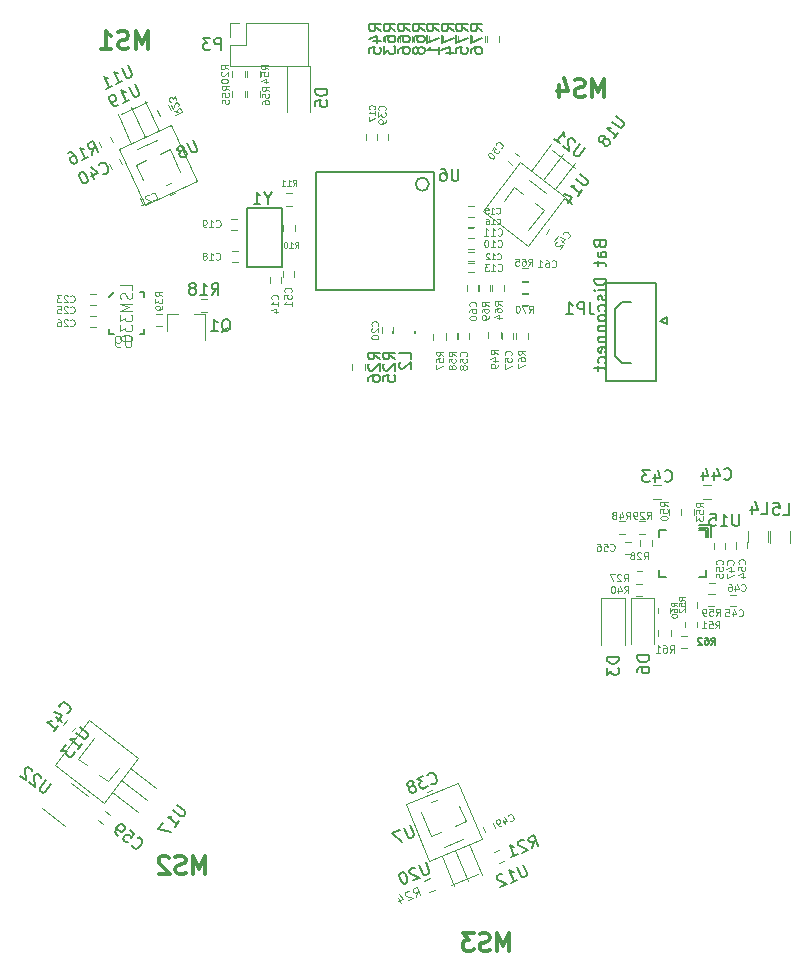
<source format=gbr>
G04 #@! TF.FileFunction,Legend,Bot*
%FSLAX46Y46*%
G04 Gerber Fmt 4.6, Leading zero omitted, Abs format (unit mm)*
G04 Created by KiCad (PCBNEW 4.0.5) date 10/25/17 11:24:36*
%MOMM*%
%LPD*%
G01*
G04 APERTURE LIST*
%ADD10C,0.100000*%
%ADD11C,0.300000*%
%ADD12C,0.150000*%
%ADD13C,0.120000*%
%ADD14C,0.127000*%
%ADD15C,0.050000*%
G04 APERTURE END LIST*
D10*
D11*
X118346659Y-159450855D02*
X118346659Y-157950855D01*
X117846659Y-159022284D01*
X117346659Y-157950855D01*
X117346659Y-159450855D01*
X116703802Y-159379427D02*
X116489516Y-159450855D01*
X116132373Y-159450855D01*
X115989516Y-159379427D01*
X115918087Y-159307998D01*
X115846659Y-159165141D01*
X115846659Y-159022284D01*
X115918087Y-158879427D01*
X115989516Y-158807998D01*
X116132373Y-158736570D01*
X116418087Y-158665141D01*
X116560945Y-158593713D01*
X116632373Y-158522284D01*
X116703802Y-158379427D01*
X116703802Y-158236570D01*
X116632373Y-158093713D01*
X116560945Y-158022284D01*
X116418087Y-157950855D01*
X116060945Y-157950855D01*
X115846659Y-158022284D01*
X115275231Y-158093713D02*
X115203802Y-158022284D01*
X115060945Y-157950855D01*
X114703802Y-157950855D01*
X114560945Y-158022284D01*
X114489516Y-158093713D01*
X114418088Y-158236570D01*
X114418088Y-158379427D01*
X114489516Y-158593713D01*
X115346659Y-159450855D01*
X114418088Y-159450855D01*
X144096659Y-166000855D02*
X144096659Y-164500855D01*
X143596659Y-165572284D01*
X143096659Y-164500855D01*
X143096659Y-166000855D01*
X142453802Y-165929427D02*
X142239516Y-166000855D01*
X141882373Y-166000855D01*
X141739516Y-165929427D01*
X141668087Y-165857998D01*
X141596659Y-165715141D01*
X141596659Y-165572284D01*
X141668087Y-165429427D01*
X141739516Y-165357998D01*
X141882373Y-165286570D01*
X142168087Y-165215141D01*
X142310945Y-165143713D01*
X142382373Y-165072284D01*
X142453802Y-164929427D01*
X142453802Y-164786570D01*
X142382373Y-164643713D01*
X142310945Y-164572284D01*
X142168087Y-164500855D01*
X141810945Y-164500855D01*
X141596659Y-164572284D01*
X141096659Y-164500855D02*
X140168088Y-164500855D01*
X140668088Y-165072284D01*
X140453802Y-165072284D01*
X140310945Y-165143713D01*
X140239516Y-165215141D01*
X140168088Y-165357998D01*
X140168088Y-165715141D01*
X140239516Y-165857998D01*
X140310945Y-165929427D01*
X140453802Y-166000855D01*
X140882374Y-166000855D01*
X141025231Y-165929427D01*
X141096659Y-165857998D01*
X152146659Y-93675855D02*
X152146659Y-92175855D01*
X151646659Y-93247284D01*
X151146659Y-92175855D01*
X151146659Y-93675855D01*
X150503802Y-93604427D02*
X150289516Y-93675855D01*
X149932373Y-93675855D01*
X149789516Y-93604427D01*
X149718087Y-93532998D01*
X149646659Y-93390141D01*
X149646659Y-93247284D01*
X149718087Y-93104427D01*
X149789516Y-93032998D01*
X149932373Y-92961570D01*
X150218087Y-92890141D01*
X150360945Y-92818713D01*
X150432373Y-92747284D01*
X150503802Y-92604427D01*
X150503802Y-92461570D01*
X150432373Y-92318713D01*
X150360945Y-92247284D01*
X150218087Y-92175855D01*
X149860945Y-92175855D01*
X149646659Y-92247284D01*
X148360945Y-92675855D02*
X148360945Y-93675855D01*
X148718088Y-92104427D02*
X149075231Y-93175855D01*
X148146659Y-93175855D01*
X113496659Y-89625855D02*
X113496659Y-88125855D01*
X112996659Y-89197284D01*
X112496659Y-88125855D01*
X112496659Y-89625855D01*
X111853802Y-89554427D02*
X111639516Y-89625855D01*
X111282373Y-89625855D01*
X111139516Y-89554427D01*
X111068087Y-89482998D01*
X110996659Y-89340141D01*
X110996659Y-89197284D01*
X111068087Y-89054427D01*
X111139516Y-88982998D01*
X111282373Y-88911570D01*
X111568087Y-88840141D01*
X111710945Y-88768713D01*
X111782373Y-88697284D01*
X111853802Y-88554427D01*
X111853802Y-88411570D01*
X111782373Y-88268713D01*
X111710945Y-88197284D01*
X111568087Y-88125855D01*
X111210945Y-88125855D01*
X110996659Y-88197284D01*
X109568088Y-89625855D02*
X110425231Y-89625855D01*
X109996659Y-89625855D02*
X109996659Y-88125855D01*
X110139516Y-88340141D01*
X110282374Y-88482998D01*
X110425231Y-88554427D01*
D12*
X151770939Y-106165876D02*
X151818558Y-106308733D01*
X151866178Y-106356352D01*
X151961416Y-106403971D01*
X152104273Y-106403971D01*
X152199511Y-106356352D01*
X152247130Y-106308733D01*
X152294749Y-106213495D01*
X152294749Y-105832542D01*
X151294749Y-105832542D01*
X151294749Y-106165876D01*
X151342368Y-106261114D01*
X151389987Y-106308733D01*
X151485225Y-106356352D01*
X151580463Y-106356352D01*
X151675701Y-106308733D01*
X151723320Y-106261114D01*
X151770939Y-106165876D01*
X151770939Y-105832542D01*
X152294749Y-107261114D02*
X151770939Y-107261114D01*
X151675701Y-107213495D01*
X151628082Y-107118257D01*
X151628082Y-106927780D01*
X151675701Y-106832542D01*
X152247130Y-107261114D02*
X152294749Y-107165876D01*
X152294749Y-106927780D01*
X152247130Y-106832542D01*
X152151892Y-106784923D01*
X152056654Y-106784923D01*
X151961416Y-106832542D01*
X151913797Y-106927780D01*
X151913797Y-107165876D01*
X151866178Y-107261114D01*
X151628082Y-107594447D02*
X151628082Y-107975399D01*
X151294749Y-107737304D02*
X152151892Y-107737304D01*
X152247130Y-107784923D01*
X152294749Y-107880161D01*
X152294749Y-107975399D01*
X152294749Y-109070638D02*
X151294749Y-109070638D01*
X151294749Y-109308733D01*
X151342368Y-109451591D01*
X151437606Y-109546829D01*
X151532844Y-109594448D01*
X151723320Y-109642067D01*
X151866178Y-109642067D01*
X152056654Y-109594448D01*
X152151892Y-109546829D01*
X152247130Y-109451591D01*
X152294749Y-109308733D01*
X152294749Y-109070638D01*
X152294749Y-110070638D02*
X151628082Y-110070638D01*
X151294749Y-110070638D02*
X151342368Y-110023019D01*
X151389987Y-110070638D01*
X151342368Y-110118257D01*
X151294749Y-110070638D01*
X151389987Y-110070638D01*
X152247130Y-110499209D02*
X152294749Y-110594447D01*
X152294749Y-110784923D01*
X152247130Y-110880162D01*
X152151892Y-110927781D01*
X152104273Y-110927781D01*
X152009035Y-110880162D01*
X151961416Y-110784923D01*
X151961416Y-110642066D01*
X151913797Y-110546828D01*
X151818558Y-110499209D01*
X151770939Y-110499209D01*
X151675701Y-110546828D01*
X151628082Y-110642066D01*
X151628082Y-110784923D01*
X151675701Y-110880162D01*
X152247130Y-111784924D02*
X152294749Y-111689686D01*
X152294749Y-111499209D01*
X152247130Y-111403971D01*
X152199511Y-111356352D01*
X152104273Y-111308733D01*
X151818558Y-111308733D01*
X151723320Y-111356352D01*
X151675701Y-111403971D01*
X151628082Y-111499209D01*
X151628082Y-111689686D01*
X151675701Y-111784924D01*
X152294749Y-112356352D02*
X152247130Y-112261114D01*
X152199511Y-112213495D01*
X152104273Y-112165876D01*
X151818558Y-112165876D01*
X151723320Y-112213495D01*
X151675701Y-112261114D01*
X151628082Y-112356352D01*
X151628082Y-112499210D01*
X151675701Y-112594448D01*
X151723320Y-112642067D01*
X151818558Y-112689686D01*
X152104273Y-112689686D01*
X152199511Y-112642067D01*
X152247130Y-112594448D01*
X152294749Y-112499210D01*
X152294749Y-112356352D01*
X151628082Y-113118257D02*
X152294749Y-113118257D01*
X151723320Y-113118257D02*
X151675701Y-113165876D01*
X151628082Y-113261114D01*
X151628082Y-113403972D01*
X151675701Y-113499210D01*
X151770939Y-113546829D01*
X152294749Y-113546829D01*
X151628082Y-114023019D02*
X152294749Y-114023019D01*
X151723320Y-114023019D02*
X151675701Y-114070638D01*
X151628082Y-114165876D01*
X151628082Y-114308734D01*
X151675701Y-114403972D01*
X151770939Y-114451591D01*
X152294749Y-114451591D01*
X152247130Y-115308734D02*
X152294749Y-115213496D01*
X152294749Y-115023019D01*
X152247130Y-114927781D01*
X152151892Y-114880162D01*
X151770939Y-114880162D01*
X151675701Y-114927781D01*
X151628082Y-115023019D01*
X151628082Y-115213496D01*
X151675701Y-115308734D01*
X151770939Y-115356353D01*
X151866178Y-115356353D01*
X151961416Y-114880162D01*
X152247130Y-116213496D02*
X152294749Y-116118258D01*
X152294749Y-115927781D01*
X152247130Y-115832543D01*
X152199511Y-115784924D01*
X152104273Y-115737305D01*
X151818558Y-115737305D01*
X151723320Y-115784924D01*
X151675701Y-115832543D01*
X151628082Y-115927781D01*
X151628082Y-116118258D01*
X151675701Y-116213496D01*
X151628082Y-116499210D02*
X151628082Y-116880162D01*
X151294749Y-116642067D02*
X152151892Y-116642067D01*
X152247130Y-116689686D01*
X152294749Y-116784924D01*
X152294749Y-116880162D01*
D13*
X134838088Y-89022284D02*
X134838088Y-88522284D01*
X135898088Y-88522284D02*
X135898088Y-89022284D01*
X123823088Y-109472284D02*
X123823088Y-108972284D01*
X124763088Y-108972284D02*
X124763088Y-109472284D01*
X121833088Y-87462284D02*
X127033088Y-87462284D01*
X127033088Y-87462284D02*
X127033088Y-91112284D01*
X127033088Y-91112284D02*
X120443088Y-91112284D01*
X120443088Y-91112284D02*
X120443088Y-89287284D01*
X120443088Y-89287284D02*
X121833088Y-89287284D01*
X121833088Y-89287284D02*
X121833088Y-87462284D01*
X121198088Y-87462284D02*
X120443088Y-87462284D01*
X120443088Y-87462284D02*
X120443088Y-88652284D01*
X160043168Y-136429844D02*
X160043168Y-136929844D01*
X158983168Y-136929844D02*
X158983168Y-136429844D01*
X166042608Y-130414044D02*
X166042608Y-131414044D01*
X164342608Y-131414044D02*
X164342608Y-130414044D01*
X159748528Y-128576164D02*
X159748528Y-129076164D01*
X158688528Y-129076164D02*
X158688528Y-128576164D01*
X140709894Y-113675654D02*
X140709894Y-114175654D01*
X139769894Y-114175654D02*
X139769894Y-113675654D01*
X141079857Y-104778885D02*
X140579857Y-104778885D01*
X140579857Y-103838885D02*
X141079857Y-103838885D01*
X141084937Y-105652645D02*
X140584937Y-105652645D01*
X140584937Y-104712645D02*
X141084937Y-104712645D01*
X141110337Y-107745605D02*
X140610337Y-107745605D01*
X140610337Y-106805605D02*
X141110337Y-106805605D01*
X141100177Y-108517765D02*
X140600177Y-108517765D01*
X140600177Y-107577765D02*
X141100177Y-107577765D01*
X141105257Y-103839085D02*
X140605257Y-103839085D01*
X140605257Y-102899085D02*
X141105257Y-102899085D01*
X132948337Y-96865605D02*
X132948337Y-97365605D01*
X132008337Y-97365605D02*
X132008337Y-96865605D01*
X120609448Y-106725524D02*
X121109448Y-106725524D01*
X121109448Y-107665524D02*
X120609448Y-107665524D01*
X120589128Y-104022964D02*
X121089128Y-104022964D01*
X121089128Y-104962964D02*
X120589128Y-104962964D01*
X133298088Y-113697284D02*
X133298088Y-113197284D01*
X134238088Y-113197284D02*
X134238088Y-113697284D01*
X115839759Y-101808917D02*
X115377819Y-102000258D01*
X115018097Y-101131811D02*
X115480037Y-100940470D01*
X109111008Y-112254684D02*
X108611008Y-112254684D01*
X108611008Y-111314684D02*
X109111008Y-111314684D01*
X108589328Y-112208764D02*
X109089328Y-112208764D01*
X109089328Y-113148764D02*
X108589328Y-113148764D01*
X115170248Y-112091484D02*
X116100248Y-112091484D01*
X118330248Y-112091484D02*
X117400248Y-112091484D01*
X118330248Y-112091484D02*
X118330248Y-114251484D01*
X115170248Y-112091484D02*
X115170248Y-113551484D01*
X124931928Y-105076124D02*
X124931928Y-104576124D01*
X125991928Y-104576124D02*
X125991928Y-105076124D01*
X125693088Y-102902284D02*
X125193088Y-102902284D01*
X125193088Y-101842284D02*
X125693088Y-101842284D01*
X109577999Y-97973769D02*
X109366690Y-97520615D01*
X110327377Y-97072639D02*
X110538686Y-97525793D01*
X120638088Y-91997284D02*
X120638088Y-91497284D01*
X121698088Y-91497284D02*
X121698088Y-91997284D01*
X143665560Y-158389509D02*
X143203620Y-158580851D01*
X142797976Y-157601539D02*
X143259916Y-157410197D01*
X114510679Y-95281369D02*
X114299370Y-94828215D01*
X115260057Y-94380239D02*
X115471366Y-94833393D01*
X136934296Y-160053299D02*
X137396236Y-159861957D01*
X137801880Y-160841269D02*
X137339940Y-161032611D01*
X114244728Y-112057324D02*
X114744728Y-112057324D01*
X114744728Y-113117324D02*
X114244728Y-113117324D01*
X155353728Y-135985564D02*
X154853728Y-135985564D01*
X154853728Y-134925564D02*
X155353728Y-134925564D01*
X112489337Y-99437912D02*
X113332203Y-99044877D01*
X115353269Y-98102438D02*
X114510403Y-98495473D01*
X115353269Y-98102438D02*
X116266125Y-100060063D01*
X112489337Y-99437912D02*
X113106359Y-100761121D01*
D12*
X124874048Y-108069924D02*
X124874048Y-103069924D01*
X124874048Y-103069924D02*
X121874048Y-103069924D01*
X121874048Y-103069924D02*
X121874048Y-108069924D01*
X121874048Y-108069924D02*
X124874048Y-108069924D01*
D13*
X141110337Y-106546725D02*
X140610337Y-106546725D01*
X140610337Y-105606725D02*
X141110337Y-105606725D01*
X142055015Y-155967955D02*
X141863674Y-155506015D01*
X142732121Y-155146293D02*
X142923462Y-155608233D01*
X144380308Y-99447350D02*
X143983632Y-99142970D01*
X144555868Y-98397218D02*
X144952544Y-98701598D01*
X124923088Y-108922284D02*
X124923088Y-108422284D01*
X125863088Y-108422284D02*
X125863088Y-108922284D01*
X125268088Y-91097284D02*
X127268088Y-91097284D01*
X127268088Y-91097284D02*
X127268088Y-94997284D01*
X125268088Y-91097284D02*
X125268088Y-94997284D01*
X121938088Y-91997284D02*
X121938088Y-91497284D01*
X122998088Y-91497284D02*
X122998088Y-91997284D01*
X120638088Y-93697284D02*
X120638088Y-93197284D01*
X121698088Y-93197284D02*
X121698088Y-93697284D01*
X121938088Y-93697284D02*
X121938088Y-93197284D01*
X122998088Y-93197284D02*
X122998088Y-93697284D01*
X138779294Y-114195974D02*
X138779294Y-113695974D01*
X139719294Y-113695974D02*
X139719294Y-114195974D01*
X138717574Y-113751854D02*
X138717574Y-114251854D01*
X137657574Y-114251854D02*
X137657574Y-113751854D01*
X108605928Y-110400284D02*
X109105928Y-110400284D01*
X109105928Y-111340284D02*
X108605928Y-111340284D01*
X137146577Y-152541411D02*
X137608517Y-152350070D01*
X137968239Y-153218517D02*
X137506299Y-153409858D01*
X133813088Y-96872284D02*
X133813088Y-97372284D01*
X132873088Y-97372284D02*
X132873088Y-96872284D01*
X111111198Y-98947116D02*
X111322507Y-99400270D01*
X110470578Y-99797532D02*
X110259269Y-99344378D01*
X107389114Y-147013984D02*
X107084734Y-147410660D01*
X106338982Y-146838424D02*
X106643362Y-146441748D01*
X147187262Y-105278944D02*
X147491642Y-104882268D01*
X148237394Y-105454504D02*
X147933014Y-105851180D01*
X156267568Y-127739604D02*
X156967568Y-127739604D01*
X156967568Y-126539604D02*
X156267568Y-126539604D01*
X160483968Y-127747284D02*
X161183968Y-127747284D01*
X161183968Y-126547284D02*
X160483968Y-126547284D01*
X163324248Y-136779004D02*
X162824248Y-136779004D01*
X162824248Y-135839004D02*
X163324248Y-135839004D01*
X161546248Y-135798564D02*
X161046248Y-135798564D01*
X161046248Y-134858564D02*
X161546248Y-134858564D01*
X163280088Y-131426044D02*
X163280088Y-131926044D01*
X162340088Y-131926044D02*
X162340088Y-131426044D01*
X164240208Y-131415884D02*
X164240208Y-131915884D01*
X163300208Y-131915884D02*
X163300208Y-131415884D01*
X161440928Y-131936204D02*
X161440928Y-131436204D01*
X162380928Y-131436204D02*
X162380928Y-131936204D01*
X153913928Y-131414324D02*
X154413928Y-131414324D01*
X154413928Y-132354324D02*
X153913928Y-132354324D01*
X151883768Y-136157044D02*
X153883768Y-136157044D01*
X153883768Y-136157044D02*
X153883768Y-140057044D01*
X151883768Y-136157044D02*
X151883768Y-140057044D01*
X154398368Y-136106244D02*
X156398368Y-136106244D01*
X156398368Y-136106244D02*
X156398368Y-140006244D01*
X154398368Y-136106244D02*
X154398368Y-140006244D01*
X166191728Y-131419124D02*
X166191728Y-130419124D01*
X167891728Y-130419124D02*
X167891728Y-131419124D01*
X118018088Y-110817284D02*
X118518088Y-110817284D01*
X118518088Y-111877284D02*
X118018088Y-111877284D01*
X154889288Y-133868924D02*
X155389288Y-133868924D01*
X155389288Y-134928924D02*
X154889288Y-134928924D01*
X156202688Y-131197444D02*
X156202688Y-131697444D01*
X155142688Y-131697444D02*
X155142688Y-131197444D01*
X155072168Y-129601724D02*
X155572168Y-129601724D01*
X155572168Y-130661724D02*
X155072168Y-130661724D01*
X153370368Y-129601724D02*
X153870368Y-129601724D01*
X153870368Y-130661724D02*
X153370368Y-130661724D01*
X158686808Y-128576164D02*
X158686808Y-129076164D01*
X157626808Y-129076164D02*
X157626808Y-128576164D01*
X160048248Y-138111324D02*
X160048248Y-138611324D01*
X158988248Y-138611324D02*
X158988248Y-138111324D01*
X160949728Y-135763764D02*
X161449728Y-135763764D01*
X161449728Y-136823764D02*
X160949728Y-136823764D01*
X156692088Y-137422604D02*
X156692088Y-136922604D01*
X157752088Y-136922604D02*
X157752088Y-137422604D01*
X156707328Y-139302204D02*
X156707328Y-138802204D01*
X157767328Y-138802204D02*
X157767328Y-139302204D01*
X159178968Y-140359444D02*
X158678968Y-140359444D01*
X158678968Y-139299444D02*
X159178968Y-139299444D01*
X140413957Y-155039061D02*
X139554749Y-155394956D01*
X137494498Y-156248340D02*
X138353706Y-155892445D01*
X137494498Y-156248340D02*
X136667902Y-154252760D01*
X140413957Y-155039061D02*
X139855239Y-153690197D01*
X110144088Y-151630436D02*
X109406269Y-151064287D01*
X107637091Y-149706749D02*
X108374910Y-150272898D01*
X107637091Y-149706749D02*
X108952016Y-147993106D01*
X110144088Y-151630436D02*
X111032879Y-150472140D01*
X144531848Y-101323848D02*
X145269667Y-101889997D01*
X147038845Y-103247535D02*
X146301026Y-102681386D01*
X147038845Y-103247535D02*
X145723920Y-104961178D01*
X144531848Y-101323848D02*
X143643057Y-102482144D01*
X144468848Y-113696844D02*
X144468848Y-114196844D01*
X143528848Y-114196844D02*
X143528848Y-113696844D01*
X109882988Y-154163378D02*
X110279664Y-154467758D01*
X109707428Y-155213510D02*
X109310752Y-154909130D01*
X141461488Y-109607444D02*
X141461488Y-110107444D01*
X140521488Y-110107444D02*
X140521488Y-109607444D01*
X145710203Y-110301139D02*
X145210203Y-110301139D01*
X145210203Y-109361139D02*
X145710203Y-109361139D01*
X143380768Y-113608364D02*
X143380768Y-114108364D01*
X142320768Y-114108364D02*
X142320768Y-113608364D01*
X143695728Y-109653164D02*
X143695728Y-110153164D01*
X142635728Y-110153164D02*
X142635728Y-109653164D01*
X145659403Y-109243539D02*
X145159403Y-109243539D01*
X145159403Y-108183539D02*
X145659403Y-108183539D01*
X144722648Y-114181604D02*
X144722648Y-113681604D01*
X145662648Y-113681604D02*
X145662648Y-114181604D01*
X141542568Y-110107444D02*
X141542568Y-109607444D01*
X142482568Y-109607444D02*
X142482568Y-110107444D01*
X145220363Y-110336499D02*
X145720363Y-110336499D01*
X145720363Y-111276499D02*
X145220363Y-111276499D01*
D12*
X136093088Y-113672284D02*
X136093088Y-113472284D01*
X134293088Y-113672284D02*
X134293088Y-113472284D01*
D14*
X110644288Y-110231724D02*
X110244288Y-110631724D01*
X110244288Y-113723724D02*
X110244288Y-113323724D01*
X110244288Y-113723724D02*
X110644288Y-113723724D01*
X113228288Y-113723724D02*
X113228288Y-113323724D01*
X113228288Y-113723724D02*
X112828288Y-113723724D01*
X113228288Y-110231724D02*
X113228288Y-110631724D01*
X113228288Y-110231724D02*
X112828288Y-110231724D01*
D12*
X152302688Y-109472484D02*
X156502688Y-109472484D01*
X156502688Y-109472484D02*
X156502688Y-117772484D01*
X156502688Y-117772484D02*
X152302688Y-117772484D01*
X152302688Y-117772484D02*
X152302688Y-109472484D01*
X154402688Y-111022484D02*
X153652688Y-111022484D01*
X153652688Y-111022484D02*
X153052688Y-111622484D01*
X153052688Y-111622484D02*
X153052688Y-113622484D01*
X154402688Y-116222484D02*
X153652688Y-116222484D01*
X153652688Y-116222484D02*
X153052688Y-115622484D01*
X153052688Y-115622484D02*
X153052688Y-113622484D01*
X156902688Y-112622484D02*
X157502688Y-112322484D01*
X157502688Y-112322484D02*
X157502688Y-112922484D01*
X157502688Y-112922484D02*
X156902688Y-112622484D01*
X137300275Y-101076286D02*
G75*
G03X137300275Y-101076286I-559017J0D01*
G01*
X127741258Y-100076286D02*
X127741258Y-110076286D01*
X127741258Y-110076286D02*
X137741258Y-110076286D01*
X137741258Y-110076286D02*
X137741258Y-100076286D01*
X137741258Y-100076286D02*
X127741258Y-100076286D01*
D13*
X114247860Y-97321843D02*
X112616506Y-98082556D01*
X111255676Y-95164245D02*
X113476130Y-94128830D01*
X138573596Y-157187773D02*
X140236579Y-156498943D01*
X141468820Y-159473835D02*
X139205315Y-160411409D01*
X147192240Y-101827428D02*
X145764204Y-100731658D01*
X147724416Y-98177060D02*
X149668132Y-99668525D01*
X107018376Y-151776140D02*
X108446412Y-152871910D01*
X106486200Y-155426508D02*
X104542484Y-153935043D01*
X113250170Y-94034993D02*
X114429275Y-96563592D01*
X112099159Y-94571718D02*
X113278264Y-97100317D01*
X110948148Y-95108443D02*
X112127253Y-97637042D01*
X115453402Y-96086033D02*
X111103125Y-98114601D01*
X111103125Y-98114601D02*
X113296514Y-102818338D01*
X113296514Y-102818338D02*
X117646791Y-100789770D01*
X117646791Y-100789770D02*
X115453402Y-96086033D01*
X139453224Y-160526215D02*
X138385537Y-157948591D01*
X140626551Y-160040207D02*
X139558864Y-157462583D01*
X141799878Y-159554199D02*
X140732191Y-156976575D01*
X137341553Y-158381023D02*
X141776175Y-156544143D01*
X141776175Y-156544143D02*
X139790048Y-151749208D01*
X139790048Y-151749208D02*
X135355426Y-153586088D01*
X135355426Y-153586088D02*
X137341553Y-158381023D01*
X112662941Y-154241946D02*
X110449485Y-152543502D01*
X113436068Y-153234388D02*
X111222612Y-151535943D01*
X114209195Y-152226829D02*
X111995739Y-150528384D01*
X109761584Y-153439991D02*
X112683639Y-149631895D01*
X112683639Y-149631895D02*
X108566135Y-146472423D01*
X108566135Y-146472423D02*
X105644081Y-150280519D01*
X105644081Y-150280519D02*
X109761584Y-153439991D01*
X149647151Y-99256504D02*
X147948707Y-101469960D01*
X148639593Y-98483377D02*
X146941148Y-100696833D01*
X147632034Y-97710250D02*
X145933589Y-99923706D01*
X148845196Y-102157861D02*
X145037100Y-99235806D01*
X145037100Y-99235806D02*
X141877628Y-103353310D01*
X141877628Y-103353310D02*
X145685724Y-106275364D01*
X145685724Y-106275364D02*
X148845196Y-102157861D01*
D12*
X160168088Y-129947284D02*
X161168088Y-129947284D01*
X161168088Y-129947284D02*
X161168088Y-130947284D01*
X160968088Y-130947284D02*
X160968088Y-130147284D01*
X160968088Y-130147284D02*
X160168088Y-130147284D01*
X160768088Y-130947284D02*
X160768088Y-130347284D01*
X160768088Y-130347284D02*
X160168088Y-130347284D01*
X160168088Y-134347284D02*
X160768088Y-134347284D01*
X160768088Y-134347284D02*
X160768088Y-133747284D01*
X156768088Y-133747284D02*
X156768088Y-134347284D01*
X156768088Y-134347284D02*
X157368088Y-134347284D01*
X157368088Y-130347284D02*
X156768088Y-130347284D01*
X156768088Y-130347284D02*
X156768088Y-130947284D01*
D13*
X133173088Y-116297284D02*
X133173088Y-116797284D01*
X132113088Y-116797284D02*
X132113088Y-116297284D01*
X131898088Y-116297284D02*
X131898088Y-116797284D01*
X130838088Y-116797284D02*
X130838088Y-116297284D01*
X133613088Y-89022284D02*
X133613088Y-88522284D01*
X134673088Y-88522284D02*
X134673088Y-89022284D01*
X136063088Y-89022284D02*
X136063088Y-88522284D01*
X137123088Y-88522284D02*
X137123088Y-89022284D01*
X137313088Y-89022284D02*
X137313088Y-88522284D01*
X138373088Y-88522284D02*
X138373088Y-89022284D01*
X138538088Y-89022284D02*
X138538088Y-88522284D01*
X139598088Y-88522284D02*
X139598088Y-89022284D01*
X139763088Y-89022284D02*
X139763088Y-88522284D01*
X140823088Y-88522284D02*
X140823088Y-89022284D01*
X140988088Y-89022284D02*
X140988088Y-88522284D01*
X142048088Y-88522284D02*
X142048088Y-89022284D01*
X142213088Y-89022284D02*
X142213088Y-88522284D01*
X143273088Y-88522284D02*
X143273088Y-89022284D01*
D12*
X134470469Y-88129427D02*
X133994278Y-87796093D01*
X134470469Y-87557998D02*
X133470469Y-87557998D01*
X133470469Y-87938951D01*
X133518088Y-88034189D01*
X133565707Y-88081808D01*
X133660945Y-88129427D01*
X133803802Y-88129427D01*
X133899040Y-88081808D01*
X133946659Y-88034189D01*
X133994278Y-87938951D01*
X133994278Y-87557998D01*
X133470469Y-88986570D02*
X133470469Y-88796093D01*
X133518088Y-88700855D01*
X133565707Y-88653236D01*
X133708564Y-88557998D01*
X133899040Y-88510379D01*
X134279993Y-88510379D01*
X134375231Y-88557998D01*
X134422850Y-88605617D01*
X134470469Y-88700855D01*
X134470469Y-88891332D01*
X134422850Y-88986570D01*
X134375231Y-89034189D01*
X134279993Y-89081808D01*
X134041898Y-89081808D01*
X133946659Y-89034189D01*
X133899040Y-88986570D01*
X133851421Y-88891332D01*
X133851421Y-88700855D01*
X133899040Y-88605617D01*
X133946659Y-88557998D01*
X134041898Y-88510379D01*
X133470469Y-89415141D02*
X133470469Y-90034189D01*
X133851421Y-89700855D01*
X133851421Y-89843713D01*
X133899040Y-89938951D01*
X133946659Y-89986570D01*
X134041898Y-90034189D01*
X134279993Y-90034189D01*
X134375231Y-89986570D01*
X134422850Y-89938951D01*
X134470469Y-89843713D01*
X134470469Y-89557998D01*
X134422850Y-89462760D01*
X134375231Y-89415141D01*
D10*
X124507374Y-110827929D02*
X124535945Y-110799358D01*
X124564517Y-110713644D01*
X124564517Y-110656501D01*
X124535945Y-110570786D01*
X124478802Y-110513644D01*
X124421659Y-110485072D01*
X124307374Y-110456501D01*
X124221659Y-110456501D01*
X124107374Y-110485072D01*
X124050231Y-110513644D01*
X123993088Y-110570786D01*
X123964517Y-110656501D01*
X123964517Y-110713644D01*
X123993088Y-110799358D01*
X124021659Y-110827929D01*
X124564517Y-111399358D02*
X124564517Y-111056501D01*
X124564517Y-111227929D02*
X123964517Y-111227929D01*
X124050231Y-111170786D01*
X124107374Y-111113644D01*
X124135945Y-111056501D01*
X124164517Y-111913644D02*
X124564517Y-111913644D01*
X123935945Y-111770787D02*
X124364517Y-111627930D01*
X124364517Y-111999358D01*
D12*
X119706183Y-89704665D02*
X119706183Y-88704665D01*
X119325230Y-88704665D01*
X119229992Y-88752284D01*
X119182373Y-88799903D01*
X119134754Y-88895141D01*
X119134754Y-89037998D01*
X119182373Y-89133236D01*
X119229992Y-89180855D01*
X119325230Y-89228474D01*
X119706183Y-89228474D01*
X118801421Y-88704665D02*
X118182373Y-88704665D01*
X118515707Y-89085617D01*
X118372849Y-89085617D01*
X118277611Y-89133236D01*
X118229992Y-89180855D01*
X118182373Y-89276094D01*
X118182373Y-89514189D01*
X118229992Y-89609427D01*
X118277611Y-89657046D01*
X118372849Y-89704665D01*
X118658564Y-89704665D01*
X118753802Y-89657046D01*
X118801421Y-89609427D01*
D10*
X158962118Y-136348256D02*
X158724023Y-136181589D01*
X158962118Y-136062542D02*
X158462118Y-136062542D01*
X158462118Y-136253018D01*
X158485928Y-136300637D01*
X158509738Y-136324446D01*
X158557357Y-136348256D01*
X158628785Y-136348256D01*
X158676404Y-136324446D01*
X158700214Y-136300637D01*
X158724023Y-136253018D01*
X158724023Y-136062542D01*
X158462118Y-136800637D02*
X158462118Y-136562542D01*
X158700214Y-136538732D01*
X158676404Y-136562542D01*
X158652595Y-136610161D01*
X158652595Y-136729208D01*
X158676404Y-136776827D01*
X158700214Y-136800637D01*
X158747833Y-136824446D01*
X158866880Y-136824446D01*
X158914499Y-136800637D01*
X158938309Y-136776827D01*
X158962118Y-136729208D01*
X158962118Y-136610161D01*
X158938309Y-136562542D01*
X158914499Y-136538732D01*
X158509738Y-137014922D02*
X158485928Y-137038732D01*
X158462118Y-137086351D01*
X158462118Y-137205398D01*
X158485928Y-137253017D01*
X158509738Y-137276827D01*
X158557357Y-137300636D01*
X158604976Y-137300636D01*
X158676404Y-137276827D01*
X158962118Y-136991113D01*
X158962118Y-137300636D01*
D12*
X165430394Y-128973745D02*
X165906585Y-128973745D01*
X165906585Y-127973745D01*
X164668489Y-128307078D02*
X164668489Y-128973745D01*
X164906585Y-127926126D02*
X165144680Y-128640412D01*
X164525632Y-128640412D01*
D10*
X160536437Y-128420129D02*
X160250722Y-128220129D01*
X160536437Y-128077272D02*
X159936437Y-128077272D01*
X159936437Y-128305844D01*
X159965008Y-128362986D01*
X159993579Y-128391558D01*
X160050722Y-128420129D01*
X160136437Y-128420129D01*
X160193579Y-128391558D01*
X160222151Y-128362986D01*
X160250722Y-128305844D01*
X160250722Y-128077272D01*
X159936437Y-128962986D02*
X159936437Y-128677272D01*
X160222151Y-128648701D01*
X160193579Y-128677272D01*
X160165008Y-128734415D01*
X160165008Y-128877272D01*
X160193579Y-128934415D01*
X160222151Y-128962986D01*
X160279294Y-128991558D01*
X160422151Y-128991558D01*
X160479294Y-128962986D01*
X160507865Y-128934415D01*
X160536437Y-128877272D01*
X160536437Y-128734415D01*
X160507865Y-128677272D01*
X160479294Y-128648701D01*
X159936437Y-129191558D02*
X159936437Y-129562987D01*
X160165008Y-129362987D01*
X160165008Y-129448701D01*
X160193579Y-129505844D01*
X160222151Y-129534415D01*
X160279294Y-129562987D01*
X160422151Y-129562987D01*
X160479294Y-129534415D01*
X160507865Y-129505844D01*
X160536437Y-129448701D01*
X160536437Y-129277273D01*
X160507865Y-129220130D01*
X160479294Y-129191558D01*
X140464094Y-115628689D02*
X140492665Y-115600118D01*
X140521237Y-115514404D01*
X140521237Y-115457261D01*
X140492665Y-115371546D01*
X140435522Y-115314404D01*
X140378379Y-115285832D01*
X140264094Y-115257261D01*
X140178379Y-115257261D01*
X140064094Y-115285832D01*
X140006951Y-115314404D01*
X139949808Y-115371546D01*
X139921237Y-115457261D01*
X139921237Y-115514404D01*
X139949808Y-115600118D01*
X139978379Y-115628689D01*
X139921237Y-116171546D02*
X139921237Y-115885832D01*
X140206951Y-115857261D01*
X140178379Y-115885832D01*
X140149808Y-115942975D01*
X140149808Y-116085832D01*
X140178379Y-116142975D01*
X140206951Y-116171546D01*
X140264094Y-116200118D01*
X140406951Y-116200118D01*
X140464094Y-116171546D01*
X140492665Y-116142975D01*
X140521237Y-116085832D01*
X140521237Y-115942975D01*
X140492665Y-115885832D01*
X140464094Y-115857261D01*
X140178379Y-116542975D02*
X140149808Y-116485833D01*
X140121237Y-116457261D01*
X140064094Y-116428690D01*
X140035522Y-116428690D01*
X139978379Y-116457261D01*
X139949808Y-116485833D01*
X139921237Y-116542975D01*
X139921237Y-116657261D01*
X139949808Y-116714404D01*
X139978379Y-116742975D01*
X140035522Y-116771547D01*
X140064094Y-116771547D01*
X140121237Y-116742975D01*
X140149808Y-116714404D01*
X140178379Y-116657261D01*
X140178379Y-116542975D01*
X140206951Y-116485833D01*
X140235522Y-116457261D01*
X140292665Y-116428690D01*
X140406951Y-116428690D01*
X140464094Y-116457261D01*
X140492665Y-116485833D01*
X140521237Y-116542975D01*
X140521237Y-116657261D01*
X140492665Y-116714404D01*
X140464094Y-116742975D01*
X140406951Y-116771547D01*
X140292665Y-116771547D01*
X140235522Y-116742975D01*
X140206951Y-116714404D01*
X140178379Y-116657261D01*
X143055356Y-104442935D02*
X143079166Y-104466745D01*
X143150594Y-104490554D01*
X143198213Y-104490554D01*
X143269642Y-104466745D01*
X143317261Y-104419126D01*
X143341070Y-104371507D01*
X143364880Y-104276269D01*
X143364880Y-104204840D01*
X143341070Y-104109602D01*
X143317261Y-104061983D01*
X143269642Y-104014364D01*
X143198213Y-103990554D01*
X143150594Y-103990554D01*
X143079166Y-104014364D01*
X143055356Y-104038174D01*
X142579166Y-104490554D02*
X142864880Y-104490554D01*
X142722023Y-104490554D02*
X142722023Y-103990554D01*
X142769642Y-104061983D01*
X142817261Y-104109602D01*
X142864880Y-104133412D01*
X142150595Y-103990554D02*
X142245833Y-103990554D01*
X142293452Y-104014364D01*
X142317261Y-104038174D01*
X142364880Y-104109602D01*
X142388690Y-104204840D01*
X142388690Y-104395316D01*
X142364880Y-104442935D01*
X142341071Y-104466745D01*
X142293452Y-104490554D01*
X142198214Y-104490554D01*
X142150595Y-104466745D01*
X142126785Y-104442935D01*
X142102976Y-104395316D01*
X142102976Y-104276269D01*
X142126785Y-104228650D01*
X142150595Y-104204840D01*
X142198214Y-104181031D01*
X142293452Y-104181031D01*
X142341071Y-104204840D01*
X142364880Y-104228650D01*
X142388690Y-104276269D01*
X143139963Y-105367650D02*
X143168534Y-105396221D01*
X143254248Y-105424793D01*
X143311391Y-105424793D01*
X143397106Y-105396221D01*
X143454248Y-105339078D01*
X143482820Y-105281935D01*
X143511391Y-105167650D01*
X143511391Y-105081935D01*
X143482820Y-104967650D01*
X143454248Y-104910507D01*
X143397106Y-104853364D01*
X143311391Y-104824793D01*
X143254248Y-104824793D01*
X143168534Y-104853364D01*
X143139963Y-104881935D01*
X142568534Y-105424793D02*
X142911391Y-105424793D01*
X142739963Y-105424793D02*
X142739963Y-104824793D01*
X142797106Y-104910507D01*
X142854248Y-104967650D01*
X142911391Y-104996221D01*
X141997105Y-105424793D02*
X142339962Y-105424793D01*
X142168534Y-105424793D02*
X142168534Y-104824793D01*
X142225677Y-104910507D01*
X142282819Y-104967650D01*
X142339962Y-104996221D01*
X143095996Y-107399495D02*
X143119806Y-107423305D01*
X143191234Y-107447114D01*
X143238853Y-107447114D01*
X143310282Y-107423305D01*
X143357901Y-107375686D01*
X143381710Y-107328067D01*
X143405520Y-107232829D01*
X143405520Y-107161400D01*
X143381710Y-107066162D01*
X143357901Y-107018543D01*
X143310282Y-106970924D01*
X143238853Y-106947114D01*
X143191234Y-106947114D01*
X143119806Y-106970924D01*
X143095996Y-106994734D01*
X142619806Y-107447114D02*
X142905520Y-107447114D01*
X142762663Y-107447114D02*
X142762663Y-106947114D01*
X142810282Y-107018543D01*
X142857901Y-107066162D01*
X142905520Y-107089972D01*
X142429330Y-106994734D02*
X142405520Y-106970924D01*
X142357901Y-106947114D01*
X142238854Y-106947114D01*
X142191235Y-106970924D01*
X142167425Y-106994734D01*
X142143616Y-107042353D01*
X142143616Y-107089972D01*
X142167425Y-107161400D01*
X142453139Y-107447114D01*
X142143616Y-107447114D01*
X143160283Y-108364850D02*
X143188854Y-108393421D01*
X143274568Y-108421993D01*
X143331711Y-108421993D01*
X143417426Y-108393421D01*
X143474568Y-108336278D01*
X143503140Y-108279135D01*
X143531711Y-108164850D01*
X143531711Y-108079135D01*
X143503140Y-107964850D01*
X143474568Y-107907707D01*
X143417426Y-107850564D01*
X143331711Y-107821993D01*
X143274568Y-107821993D01*
X143188854Y-107850564D01*
X143160283Y-107879135D01*
X142588854Y-108421993D02*
X142931711Y-108421993D01*
X142760283Y-108421993D02*
X142760283Y-107821993D01*
X142817426Y-107907707D01*
X142874568Y-107964850D01*
X142931711Y-107993421D01*
X142388854Y-107821993D02*
X142017425Y-107821993D01*
X142217425Y-108050564D01*
X142131711Y-108050564D01*
X142074568Y-108079135D01*
X142045997Y-108107707D01*
X142017425Y-108164850D01*
X142017425Y-108307707D01*
X142045997Y-108364850D01*
X142074568Y-108393421D01*
X142131711Y-108421993D01*
X142303139Y-108421993D01*
X142360282Y-108393421D01*
X142388854Y-108364850D01*
X143024876Y-103518375D02*
X143048686Y-103542185D01*
X143120114Y-103565994D01*
X143167733Y-103565994D01*
X143239162Y-103542185D01*
X143286781Y-103494566D01*
X143310590Y-103446947D01*
X143334400Y-103351709D01*
X143334400Y-103280280D01*
X143310590Y-103185042D01*
X143286781Y-103137423D01*
X143239162Y-103089804D01*
X143167733Y-103065994D01*
X143120114Y-103065994D01*
X143048686Y-103089804D01*
X143024876Y-103113614D01*
X142548686Y-103565994D02*
X142834400Y-103565994D01*
X142691543Y-103565994D02*
X142691543Y-103065994D01*
X142739162Y-103137423D01*
X142786781Y-103185042D01*
X142834400Y-103208852D01*
X142096305Y-103065994D02*
X142334400Y-103065994D01*
X142358210Y-103304090D01*
X142334400Y-103280280D01*
X142286781Y-103256471D01*
X142167734Y-103256471D01*
X142120115Y-103280280D01*
X142096305Y-103304090D01*
X142072496Y-103351709D01*
X142072496Y-103470756D01*
X142096305Y-103518375D01*
X142120115Y-103542185D01*
X142167734Y-103565994D01*
X142286781Y-103565994D01*
X142334400Y-103542185D01*
X142358210Y-103518375D01*
X132686459Y-94712576D02*
X132710269Y-94688766D01*
X132734078Y-94617338D01*
X132734078Y-94569719D01*
X132710269Y-94498290D01*
X132662650Y-94450671D01*
X132615031Y-94426862D01*
X132519793Y-94403052D01*
X132448364Y-94403052D01*
X132353126Y-94426862D01*
X132305507Y-94450671D01*
X132257888Y-94498290D01*
X132234078Y-94569719D01*
X132234078Y-94617338D01*
X132257888Y-94688766D01*
X132281698Y-94712576D01*
X132734078Y-95188766D02*
X132734078Y-94903052D01*
X132734078Y-95045909D02*
X132234078Y-95045909D01*
X132305507Y-94998290D01*
X132353126Y-94950671D01*
X132376936Y-94903052D01*
X132234078Y-95355433D02*
X132234078Y-95688766D01*
X132734078Y-95474480D01*
X119283354Y-107421169D02*
X119311925Y-107449740D01*
X119397639Y-107478312D01*
X119454782Y-107478312D01*
X119540497Y-107449740D01*
X119597639Y-107392597D01*
X119626211Y-107335454D01*
X119654782Y-107221169D01*
X119654782Y-107135454D01*
X119626211Y-107021169D01*
X119597639Y-106964026D01*
X119540497Y-106906883D01*
X119454782Y-106878312D01*
X119397639Y-106878312D01*
X119311925Y-106906883D01*
X119283354Y-106935454D01*
X118711925Y-107478312D02*
X119054782Y-107478312D01*
X118883354Y-107478312D02*
X118883354Y-106878312D01*
X118940497Y-106964026D01*
X118997639Y-107021169D01*
X119054782Y-107049740D01*
X118369068Y-107135454D02*
X118426210Y-107106883D01*
X118454782Y-107078312D01*
X118483353Y-107021169D01*
X118483353Y-106992597D01*
X118454782Y-106935454D01*
X118426210Y-106906883D01*
X118369068Y-106878312D01*
X118254782Y-106878312D01*
X118197639Y-106906883D01*
X118169068Y-106935454D01*
X118140496Y-106992597D01*
X118140496Y-107021169D01*
X118169068Y-107078312D01*
X118197639Y-107106883D01*
X118254782Y-107135454D01*
X118369068Y-107135454D01*
X118426210Y-107164026D01*
X118454782Y-107192597D01*
X118483353Y-107249740D01*
X118483353Y-107364026D01*
X118454782Y-107421169D01*
X118426210Y-107449740D01*
X118369068Y-107478312D01*
X118254782Y-107478312D01*
X118197639Y-107449740D01*
X118169068Y-107421169D01*
X118140496Y-107364026D01*
X118140496Y-107249740D01*
X118169068Y-107192597D01*
X118197639Y-107164026D01*
X118254782Y-107135454D01*
X119293514Y-104667809D02*
X119322085Y-104696380D01*
X119407799Y-104724952D01*
X119464942Y-104724952D01*
X119550657Y-104696380D01*
X119607799Y-104639237D01*
X119636371Y-104582094D01*
X119664942Y-104467809D01*
X119664942Y-104382094D01*
X119636371Y-104267809D01*
X119607799Y-104210666D01*
X119550657Y-104153523D01*
X119464942Y-104124952D01*
X119407799Y-104124952D01*
X119322085Y-104153523D01*
X119293514Y-104182094D01*
X118722085Y-104724952D02*
X119064942Y-104724952D01*
X118893514Y-104724952D02*
X118893514Y-104124952D01*
X118950657Y-104210666D01*
X119007799Y-104267809D01*
X119064942Y-104296380D01*
X118436370Y-104724952D02*
X118322085Y-104724952D01*
X118264942Y-104696380D01*
X118236370Y-104667809D01*
X118179228Y-104582094D01*
X118150656Y-104467809D01*
X118150656Y-104239237D01*
X118179228Y-104182094D01*
X118207799Y-104153523D01*
X118264942Y-104124952D01*
X118379228Y-104124952D01*
X118436370Y-104153523D01*
X118464942Y-104182094D01*
X118493513Y-104239237D01*
X118493513Y-104382094D01*
X118464942Y-104439237D01*
X118436370Y-104467809D01*
X118379228Y-104496380D01*
X118264942Y-104496380D01*
X118207799Y-104467809D01*
X118179228Y-104439237D01*
X118150656Y-104382094D01*
X132966374Y-113061569D02*
X132994945Y-113032998D01*
X133023517Y-112947284D01*
X133023517Y-112890141D01*
X132994945Y-112804426D01*
X132937802Y-112747284D01*
X132880659Y-112718712D01*
X132766374Y-112690141D01*
X132680659Y-112690141D01*
X132566374Y-112718712D01*
X132509231Y-112747284D01*
X132452088Y-112804426D01*
X132423517Y-112890141D01*
X132423517Y-112947284D01*
X132452088Y-113032998D01*
X132480659Y-113061569D01*
X132480659Y-113290141D02*
X132452088Y-113318712D01*
X132423517Y-113375855D01*
X132423517Y-113518712D01*
X132452088Y-113575855D01*
X132480659Y-113604426D01*
X132537802Y-113632998D01*
X132594945Y-113632998D01*
X132680659Y-113604426D01*
X133023517Y-113261569D01*
X133023517Y-113632998D01*
X132423517Y-114004427D02*
X132423517Y-114061570D01*
X132452088Y-114118713D01*
X132480659Y-114147284D01*
X132537802Y-114175855D01*
X132652088Y-114204427D01*
X132794945Y-114204427D01*
X132909231Y-114175855D01*
X132966374Y-114147284D01*
X132994945Y-114118713D01*
X133023517Y-114061570D01*
X133023517Y-114004427D01*
X132994945Y-113947284D01*
X132966374Y-113918713D01*
X132909231Y-113890141D01*
X132794945Y-113861570D01*
X132652088Y-113861570D01*
X132537802Y-113890141D01*
X132480659Y-113918713D01*
X132452088Y-113947284D01*
X132423517Y-114004427D01*
X113967366Y-102389412D02*
X114004696Y-102404874D01*
X114094819Y-102398470D01*
X114147612Y-102376602D01*
X114215869Y-102317404D01*
X114246793Y-102242743D01*
X114251323Y-102179016D01*
X114233984Y-102062496D01*
X114201182Y-101983306D01*
X114131051Y-101888654D01*
X114082786Y-101846795D01*
X114008126Y-101815869D01*
X113918002Y-101822275D01*
X113865209Y-101844142D01*
X113796953Y-101903340D01*
X113781491Y-101940670D01*
X113570318Y-102028140D02*
X113532988Y-102012678D01*
X113469261Y-102008149D01*
X113337278Y-102062818D01*
X113295419Y-102111082D01*
X113279956Y-102148412D01*
X113275427Y-102212139D01*
X113297295Y-102264932D01*
X113356493Y-102333188D01*
X113804458Y-102518742D01*
X113461302Y-102660881D01*
X112933370Y-102879558D02*
X113250129Y-102748352D01*
X113091750Y-102813955D02*
X112862140Y-102259627D01*
X112947735Y-102316949D01*
X113022395Y-102347875D01*
X113086122Y-102352403D01*
X106953803Y-111961570D02*
X106982374Y-111990141D01*
X107068088Y-112018713D01*
X107125231Y-112018713D01*
X107210946Y-111990141D01*
X107268088Y-111932998D01*
X107296660Y-111875855D01*
X107325231Y-111761570D01*
X107325231Y-111675855D01*
X107296660Y-111561570D01*
X107268088Y-111504427D01*
X107210946Y-111447284D01*
X107125231Y-111418713D01*
X107068088Y-111418713D01*
X106982374Y-111447284D01*
X106953803Y-111475855D01*
X106725231Y-111475855D02*
X106696660Y-111447284D01*
X106639517Y-111418713D01*
X106496660Y-111418713D01*
X106439517Y-111447284D01*
X106410946Y-111475855D01*
X106382374Y-111532998D01*
X106382374Y-111590141D01*
X106410946Y-111675855D01*
X106753803Y-112018713D01*
X106382374Y-112018713D01*
X105839517Y-111418713D02*
X106125231Y-111418713D01*
X106153802Y-111704427D01*
X106125231Y-111675855D01*
X106068088Y-111647284D01*
X105925231Y-111647284D01*
X105868088Y-111675855D01*
X105839517Y-111704427D01*
X105810945Y-111761570D01*
X105810945Y-111904427D01*
X105839517Y-111961570D01*
X105868088Y-111990141D01*
X105925231Y-112018713D01*
X106068088Y-112018713D01*
X106125231Y-111990141D01*
X106153802Y-111961570D01*
X106953803Y-113061570D02*
X106982374Y-113090141D01*
X107068088Y-113118713D01*
X107125231Y-113118713D01*
X107210946Y-113090141D01*
X107268088Y-113032998D01*
X107296660Y-112975855D01*
X107325231Y-112861570D01*
X107325231Y-112775855D01*
X107296660Y-112661570D01*
X107268088Y-112604427D01*
X107210946Y-112547284D01*
X107125231Y-112518713D01*
X107068088Y-112518713D01*
X106982374Y-112547284D01*
X106953803Y-112575855D01*
X106725231Y-112575855D02*
X106696660Y-112547284D01*
X106639517Y-112518713D01*
X106496660Y-112518713D01*
X106439517Y-112547284D01*
X106410946Y-112575855D01*
X106382374Y-112632998D01*
X106382374Y-112690141D01*
X106410946Y-112775855D01*
X106753803Y-113118713D01*
X106382374Y-113118713D01*
X105868088Y-112518713D02*
X105982374Y-112518713D01*
X106039517Y-112547284D01*
X106068088Y-112575855D01*
X106125231Y-112661570D01*
X106153802Y-112775855D01*
X106153802Y-113004427D01*
X106125231Y-113061570D01*
X106096659Y-113090141D01*
X106039517Y-113118713D01*
X105925231Y-113118713D01*
X105868088Y-113090141D01*
X105839517Y-113061570D01*
X105810945Y-113004427D01*
X105810945Y-112861570D01*
X105839517Y-112804427D01*
X105868088Y-112775855D01*
X105925231Y-112747284D01*
X106039517Y-112747284D01*
X106096659Y-112775855D01*
X106125231Y-112804427D01*
X106153802Y-112861570D01*
D12*
X119763326Y-113594903D02*
X119858564Y-113547284D01*
X119953802Y-113452046D01*
X120096659Y-113309189D01*
X120191898Y-113261570D01*
X120287136Y-113261570D01*
X120239517Y-113499665D02*
X120334755Y-113452046D01*
X120429993Y-113356808D01*
X120477612Y-113166332D01*
X120477612Y-112832998D01*
X120429993Y-112642522D01*
X120334755Y-112547284D01*
X120239517Y-112499665D01*
X120049040Y-112499665D01*
X119953802Y-112547284D01*
X119858564Y-112642522D01*
X119810945Y-112832998D01*
X119810945Y-113166332D01*
X119858564Y-113356808D01*
X119953802Y-113452046D01*
X120049040Y-113499665D01*
X120239517Y-113499665D01*
X118858564Y-113499665D02*
X119429993Y-113499665D01*
X119144279Y-113499665D02*
X119144279Y-112499665D01*
X119239517Y-112642522D01*
X119334755Y-112737760D01*
X119429993Y-112785379D01*
D10*
X125970387Y-106470833D02*
X126137054Y-106232738D01*
X126256101Y-106470833D02*
X126256101Y-105970833D01*
X126065625Y-105970833D01*
X126018006Y-105994643D01*
X125994197Y-106018453D01*
X125970387Y-106066072D01*
X125970387Y-106137500D01*
X125994197Y-106185119D01*
X126018006Y-106208929D01*
X126065625Y-106232738D01*
X126256101Y-106232738D01*
X125494197Y-106470833D02*
X125779911Y-106470833D01*
X125637054Y-106470833D02*
X125637054Y-105970833D01*
X125684673Y-106042262D01*
X125732292Y-106089881D01*
X125779911Y-106113691D01*
X125184673Y-105970833D02*
X125137054Y-105970833D01*
X125089435Y-105994643D01*
X125065626Y-106018453D01*
X125041816Y-106066072D01*
X125018007Y-106161310D01*
X125018007Y-106280357D01*
X125041816Y-106375595D01*
X125065626Y-106423214D01*
X125089435Y-106447024D01*
X125137054Y-106470833D01*
X125184673Y-106470833D01*
X125232292Y-106447024D01*
X125256102Y-106423214D01*
X125279911Y-106375595D01*
X125303721Y-106280357D01*
X125303721Y-106161310D01*
X125279911Y-106066072D01*
X125256102Y-106018453D01*
X125232292Y-105994643D01*
X125184673Y-105970833D01*
X125789516Y-101198474D02*
X125956183Y-100960379D01*
X126075230Y-101198474D02*
X126075230Y-100698474D01*
X125884754Y-100698474D01*
X125837135Y-100722284D01*
X125813326Y-100746094D01*
X125789516Y-100793713D01*
X125789516Y-100865141D01*
X125813326Y-100912760D01*
X125837135Y-100936570D01*
X125884754Y-100960379D01*
X126075230Y-100960379D01*
X125313326Y-101198474D02*
X125599040Y-101198474D01*
X125456183Y-101198474D02*
X125456183Y-100698474D01*
X125503802Y-100769903D01*
X125551421Y-100817522D01*
X125599040Y-100841332D01*
X124837136Y-101198474D02*
X125122850Y-101198474D01*
X124979993Y-101198474D02*
X124979993Y-100698474D01*
X125027612Y-100769903D01*
X125075231Y-100817522D01*
X125122850Y-100841332D01*
D12*
X108796099Y-98606397D02*
X108896955Y-98033949D01*
X109313989Y-98364901D02*
X108891371Y-97458593D01*
X108546110Y-97619591D01*
X108479920Y-97702998D01*
X108456887Y-97766280D01*
X108453979Y-97872719D01*
X108514353Y-98002192D01*
X108597760Y-98068382D01*
X108661042Y-98091415D01*
X108767482Y-98094323D01*
X109112742Y-97933325D01*
X107932948Y-99008891D02*
X108450839Y-98767395D01*
X108191894Y-98888143D02*
X107769276Y-97981835D01*
X107915965Y-98071058D01*
X108042529Y-98117123D01*
X108148969Y-98120032D01*
X106733495Y-98464827D02*
X106906126Y-98384328D01*
X107012565Y-98387237D01*
X107075847Y-98410269D01*
X107222536Y-98499492D01*
X107346192Y-98651998D01*
X107507190Y-98997258D01*
X107504282Y-99103698D01*
X107481249Y-99166980D01*
X107415059Y-99250387D01*
X107242428Y-99330886D01*
X107135988Y-99327978D01*
X107072706Y-99304945D01*
X106989300Y-99238755D01*
X106888676Y-99022967D01*
X106891584Y-98916527D01*
X106914617Y-98853245D01*
X106980807Y-98769838D01*
X107153438Y-98689339D01*
X107259877Y-98692247D01*
X107323160Y-98715280D01*
X107406567Y-98781471D01*
D10*
X120306677Y-91361569D02*
X120020962Y-91161569D01*
X120306677Y-91018712D02*
X119706677Y-91018712D01*
X119706677Y-91247284D01*
X119735248Y-91304426D01*
X119763819Y-91332998D01*
X119820962Y-91361569D01*
X119906677Y-91361569D01*
X119963819Y-91332998D01*
X119992391Y-91304426D01*
X120020962Y-91247284D01*
X120020962Y-91018712D01*
X119763819Y-91590141D02*
X119735248Y-91618712D01*
X119706677Y-91675855D01*
X119706677Y-91818712D01*
X119735248Y-91875855D01*
X119763819Y-91904426D01*
X119820962Y-91932998D01*
X119878105Y-91932998D01*
X119963819Y-91904426D01*
X120306677Y-91561569D01*
X120306677Y-91932998D01*
X119706677Y-92304427D02*
X119706677Y-92361570D01*
X119735248Y-92418713D01*
X119763819Y-92447284D01*
X119820962Y-92475855D01*
X119935248Y-92504427D01*
X120078105Y-92504427D01*
X120192391Y-92475855D01*
X120249534Y-92447284D01*
X120278105Y-92418713D01*
X120306677Y-92361570D01*
X120306677Y-92304427D01*
X120278105Y-92247284D01*
X120249534Y-92218713D01*
X120192391Y-92190141D01*
X120078105Y-92161570D01*
X119935248Y-92161570D01*
X119820962Y-92190141D01*
X119763819Y-92218713D01*
X119735248Y-92247284D01*
X119706677Y-92304427D01*
D12*
X146045236Y-157314531D02*
X146170966Y-156747026D01*
X146573168Y-157095854D02*
X146190484Y-156171975D01*
X145838530Y-156317759D01*
X145768764Y-156398200D01*
X145742993Y-156460417D01*
X145735445Y-156566628D01*
X145790114Y-156698611D01*
X145870554Y-156768376D01*
X145932771Y-156794147D01*
X146038983Y-156801696D01*
X146390937Y-156655911D01*
X145347045Y-156624424D02*
X145284828Y-156598653D01*
X145178616Y-156591104D01*
X144958644Y-156682220D01*
X144888879Y-156762660D01*
X144863108Y-156824877D01*
X144855559Y-156931089D01*
X144892005Y-157019077D01*
X144990669Y-157132837D01*
X145737277Y-157442092D01*
X145165351Y-157678991D01*
X144285466Y-158043452D02*
X144813397Y-157824775D01*
X144549432Y-157934113D02*
X144166748Y-157010234D01*
X144309406Y-157105770D01*
X144433840Y-157157313D01*
X144540052Y-157164861D01*
D10*
X115708688Y-94872473D02*
X116052157Y-94932987D01*
X115853586Y-95183207D02*
X116397370Y-94929636D01*
X116300772Y-94722480D01*
X116250728Y-94682766D01*
X116212759Y-94668946D01*
X116148895Y-94667201D01*
X116071211Y-94703426D01*
X116031497Y-94753469D01*
X116017678Y-94791440D01*
X116015933Y-94855302D01*
X116112531Y-95062459D01*
X116104086Y-94435895D02*
X116117905Y-94397926D01*
X116119650Y-94334063D01*
X116059276Y-94204590D01*
X116009232Y-94164876D01*
X115971263Y-94151056D01*
X115907399Y-94149311D01*
X115855610Y-94173460D01*
X115790002Y-94235580D01*
X115624164Y-94691212D01*
X115467192Y-94354583D01*
X115926453Y-93919750D02*
X115769480Y-93583121D01*
X115646848Y-93860981D01*
X115610624Y-93783298D01*
X115560580Y-93743583D01*
X115522610Y-93729764D01*
X115458746Y-93728019D01*
X115329274Y-93788393D01*
X115289560Y-93838438D01*
X115275740Y-93876406D01*
X115273995Y-93940271D01*
X115346443Y-94095637D01*
X115396488Y-94135351D01*
X115434457Y-94149172D01*
X136177289Y-161445755D02*
X136271586Y-161020127D01*
X136573238Y-161281748D02*
X136286226Y-160588838D01*
X136022259Y-160698177D01*
X135969936Y-160758506D01*
X135950606Y-160805169D01*
X135944946Y-160884828D01*
X135985947Y-160983815D01*
X136046277Y-161036139D01*
X136092941Y-161055468D01*
X136172599Y-161061129D01*
X136436565Y-160951791D01*
X135653646Y-160928174D02*
X135606983Y-160908846D01*
X135527324Y-160903185D01*
X135362346Y-160971522D01*
X135310021Y-161031852D01*
X135290693Y-161078514D01*
X135285031Y-161158174D01*
X135312366Y-161224165D01*
X135386364Y-161309484D01*
X135946319Y-161541426D01*
X135517375Y-161719101D01*
X134732111Y-161503172D02*
X134923453Y-161965111D01*
X134787751Y-161170869D02*
X135157739Y-161597469D01*
X134728794Y-161775143D01*
X114739517Y-110561569D02*
X114453802Y-110361569D01*
X114739517Y-110218712D02*
X114139517Y-110218712D01*
X114139517Y-110447284D01*
X114168088Y-110504426D01*
X114196659Y-110532998D01*
X114253802Y-110561569D01*
X114339517Y-110561569D01*
X114396659Y-110532998D01*
X114425231Y-110504426D01*
X114453802Y-110447284D01*
X114453802Y-110218712D01*
X114139517Y-110761569D02*
X114139517Y-111132998D01*
X114368088Y-110932998D01*
X114368088Y-111018712D01*
X114396659Y-111075855D01*
X114425231Y-111104426D01*
X114482374Y-111132998D01*
X114625231Y-111132998D01*
X114682374Y-111104426D01*
X114710945Y-111075855D01*
X114739517Y-111018712D01*
X114739517Y-110847284D01*
X114710945Y-110790141D01*
X114682374Y-110761569D01*
X114739517Y-111418713D02*
X114739517Y-111532998D01*
X114710945Y-111590141D01*
X114682374Y-111618713D01*
X114596659Y-111675855D01*
X114482374Y-111704427D01*
X114253802Y-111704427D01*
X114196659Y-111675855D01*
X114168088Y-111647284D01*
X114139517Y-111590141D01*
X114139517Y-111475855D01*
X114168088Y-111418713D01*
X114196659Y-111390141D01*
X114253802Y-111361570D01*
X114396659Y-111361570D01*
X114453802Y-111390141D01*
X114482374Y-111418713D01*
X114510945Y-111475855D01*
X114510945Y-111590141D01*
X114482374Y-111647284D01*
X114453802Y-111675855D01*
X114396659Y-111704427D01*
X153858763Y-135696513D02*
X154058763Y-135410798D01*
X154201620Y-135696513D02*
X154201620Y-135096513D01*
X153973048Y-135096513D01*
X153915906Y-135125084D01*
X153887334Y-135153655D01*
X153858763Y-135210798D01*
X153858763Y-135296513D01*
X153887334Y-135353655D01*
X153915906Y-135382227D01*
X153973048Y-135410798D01*
X154201620Y-135410798D01*
X153344477Y-135296513D02*
X153344477Y-135696513D01*
X153487334Y-135067941D02*
X153630191Y-135496513D01*
X153258763Y-135496513D01*
X152915905Y-135096513D02*
X152858762Y-135096513D01*
X152801619Y-135125084D01*
X152773048Y-135153655D01*
X152744477Y-135210798D01*
X152715905Y-135325084D01*
X152715905Y-135467941D01*
X152744477Y-135582227D01*
X152773048Y-135639370D01*
X152801619Y-135667941D01*
X152858762Y-135696513D01*
X152915905Y-135696513D01*
X152973048Y-135667941D01*
X153001619Y-135639370D01*
X153030191Y-135582227D01*
X153058762Y-135467941D01*
X153058762Y-135325084D01*
X153030191Y-135210798D01*
X153001619Y-135153655D01*
X152973048Y-135125084D01*
X152915905Y-135096513D01*
D12*
X117352175Y-97328978D02*
X117694294Y-98062656D01*
X117691386Y-98169095D01*
X117668353Y-98232377D01*
X117602163Y-98315784D01*
X117429532Y-98396283D01*
X117323093Y-98393375D01*
X117259811Y-98370342D01*
X117176404Y-98304152D01*
X116834284Y-97570474D01*
X116454359Y-98220512D02*
X116520549Y-98137105D01*
X116543582Y-98073823D01*
X116546490Y-97967383D01*
X116526365Y-97924226D01*
X116442959Y-97858036D01*
X116379677Y-97835003D01*
X116273237Y-97832095D01*
X116100606Y-97912594D01*
X116034416Y-97996000D01*
X116011383Y-98059283D01*
X116008475Y-98165722D01*
X116028600Y-98208880D01*
X116112006Y-98275070D01*
X116175289Y-98298103D01*
X116281728Y-98301011D01*
X116454359Y-98220512D01*
X116560799Y-98223420D01*
X116624081Y-98246453D01*
X116707488Y-98312644D01*
X116787986Y-98485274D01*
X116785078Y-98591713D01*
X116762046Y-98654996D01*
X116695855Y-98738402D01*
X116523224Y-98818901D01*
X116416785Y-98815993D01*
X116353503Y-98792960D01*
X116270096Y-98726770D01*
X116189597Y-98554140D01*
X116192505Y-98447700D01*
X116215538Y-98384418D01*
X116281728Y-98301011D01*
X123669279Y-102259354D02*
X123669279Y-102735545D01*
X124002612Y-101735545D02*
X123669279Y-102259354D01*
X123335945Y-101735545D01*
X122478802Y-102735545D02*
X123050231Y-102735545D01*
X122764517Y-102735545D02*
X122764517Y-101735545D01*
X122859755Y-101878402D01*
X122954993Y-101973640D01*
X123050231Y-102021259D01*
D10*
X143139963Y-106343010D02*
X143168534Y-106371581D01*
X143254248Y-106400153D01*
X143311391Y-106400153D01*
X143397106Y-106371581D01*
X143454248Y-106314438D01*
X143482820Y-106257295D01*
X143511391Y-106143010D01*
X143511391Y-106057295D01*
X143482820Y-105943010D01*
X143454248Y-105885867D01*
X143397106Y-105828724D01*
X143311391Y-105800153D01*
X143254248Y-105800153D01*
X143168534Y-105828724D01*
X143139963Y-105857295D01*
X142568534Y-106400153D02*
X142911391Y-106400153D01*
X142739963Y-106400153D02*
X142739963Y-105800153D01*
X142797106Y-105885867D01*
X142854248Y-105943010D01*
X142911391Y-105971581D01*
X142197105Y-105800153D02*
X142139962Y-105800153D01*
X142082819Y-105828724D01*
X142054248Y-105857295D01*
X142025677Y-105914438D01*
X141997105Y-106028724D01*
X141997105Y-106171581D01*
X142025677Y-106285867D01*
X142054248Y-106343010D01*
X142082819Y-106371581D01*
X142139962Y-106400153D01*
X142197105Y-106400153D01*
X142254248Y-106371581D01*
X142282819Y-106343010D01*
X142311391Y-106285867D01*
X142339962Y-106171581D01*
X142339962Y-106028724D01*
X142311391Y-105914438D01*
X142282819Y-105857295D01*
X142254248Y-105828724D01*
X142197105Y-105800153D01*
X144198446Y-155002972D02*
X144235776Y-155018434D01*
X144325899Y-155012030D01*
X144378692Y-154990162D01*
X144446949Y-154930964D01*
X144477873Y-154856303D01*
X144482403Y-154792576D01*
X144465064Y-154676056D01*
X144432262Y-154596866D01*
X144362131Y-154502214D01*
X144313866Y-154460355D01*
X144239206Y-154429429D01*
X144149082Y-154435835D01*
X144096289Y-154457702D01*
X144028033Y-154516900D01*
X144012571Y-154554230D01*
X143592102Y-154883022D02*
X143745175Y-155252574D01*
X143636614Y-154617180D02*
X143932604Y-154958460D01*
X143589449Y-155100599D01*
X143428416Y-155383780D02*
X143322830Y-155427515D01*
X143259103Y-155422985D01*
X143221772Y-155407523D01*
X143136178Y-155350200D01*
X143066046Y-155255549D01*
X142978575Y-155044376D01*
X142983105Y-154980648D01*
X142998567Y-154943319D01*
X143040427Y-154895055D01*
X143146013Y-154851319D01*
X143209739Y-154855848D01*
X143247070Y-154871310D01*
X143295334Y-154913170D01*
X143350003Y-155045153D01*
X143345474Y-155108879D01*
X143330011Y-155146211D01*
X143288153Y-155194474D01*
X143182566Y-155238209D01*
X143118839Y-155233681D01*
X143081509Y-155218218D01*
X143033244Y-155176358D01*
X143372901Y-98046725D02*
X143412961Y-98041451D01*
X143487808Y-97990843D01*
X143522594Y-97945508D01*
X143552107Y-97860112D01*
X143541558Y-97779992D01*
X143513617Y-97722538D01*
X143440341Y-97630299D01*
X143372339Y-97578119D01*
X143264278Y-97531213D01*
X143201550Y-97519095D01*
X143121429Y-97529642D01*
X143046582Y-97580251D01*
X143011796Y-97625586D01*
X142982283Y-97710980D01*
X142987557Y-97751040D01*
X142611753Y-98146932D02*
X142785685Y-97920260D01*
X143029750Y-98071524D01*
X142989689Y-98076798D01*
X142932236Y-98104739D01*
X142845270Y-98218075D01*
X142833150Y-98280803D01*
X142838425Y-98320863D01*
X142866366Y-98378318D01*
X142979702Y-98465283D01*
X143042431Y-98477402D01*
X143082490Y-98472128D01*
X143139944Y-98444187D01*
X143226910Y-98330851D01*
X143239029Y-98268123D01*
X143233755Y-98228063D01*
X142368248Y-98464274D02*
X142333461Y-98509608D01*
X142321342Y-98572336D01*
X142326616Y-98612396D01*
X142354558Y-98669849D01*
X142427833Y-98762090D01*
X142541169Y-98849056D01*
X142649232Y-98895961D01*
X142711960Y-98908080D01*
X142752019Y-98902806D01*
X142809473Y-98874865D01*
X142844260Y-98829531D01*
X142856379Y-98766803D01*
X142851105Y-98726743D01*
X142823164Y-98669289D01*
X142749887Y-98577049D01*
X142636551Y-98490083D01*
X142528489Y-98443177D01*
X142465761Y-98431058D01*
X142425701Y-98436332D01*
X142368248Y-98464274D01*
X125622614Y-110216969D02*
X125651185Y-110188398D01*
X125679757Y-110102684D01*
X125679757Y-110045541D01*
X125651185Y-109959826D01*
X125594042Y-109902684D01*
X125536899Y-109874112D01*
X125422614Y-109845541D01*
X125336899Y-109845541D01*
X125222614Y-109874112D01*
X125165471Y-109902684D01*
X125108328Y-109959826D01*
X125079757Y-110045541D01*
X125079757Y-110102684D01*
X125108328Y-110188398D01*
X125136899Y-110216969D01*
X125079757Y-110759826D02*
X125079757Y-110474112D01*
X125365471Y-110445541D01*
X125336899Y-110474112D01*
X125308328Y-110531255D01*
X125308328Y-110674112D01*
X125336899Y-110731255D01*
X125365471Y-110759826D01*
X125422614Y-110788398D01*
X125565471Y-110788398D01*
X125622614Y-110759826D01*
X125651185Y-110731255D01*
X125679757Y-110674112D01*
X125679757Y-110531255D01*
X125651185Y-110474112D01*
X125622614Y-110445541D01*
X125679757Y-111359827D02*
X125679757Y-111016970D01*
X125679757Y-111188398D02*
X125079757Y-111188398D01*
X125165471Y-111131255D01*
X125222614Y-111074113D01*
X125251185Y-111016970D01*
D12*
X128700470Y-93024820D02*
X127700470Y-93024820D01*
X127700470Y-93262915D01*
X127748089Y-93405773D01*
X127843327Y-93501011D01*
X127938565Y-93548630D01*
X128129041Y-93596249D01*
X128271899Y-93596249D01*
X128462375Y-93548630D01*
X128557613Y-93501011D01*
X128652851Y-93405773D01*
X128700470Y-93262915D01*
X128700470Y-93024820D01*
X127700470Y-94501011D02*
X127700470Y-94024820D01*
X128176660Y-93977201D01*
X128129041Y-94024820D01*
X128081422Y-94120058D01*
X128081422Y-94358154D01*
X128129041Y-94453392D01*
X128176660Y-94501011D01*
X128271899Y-94548630D01*
X128509994Y-94548630D01*
X128605232Y-94501011D01*
X128652851Y-94453392D01*
X128700470Y-94358154D01*
X128700470Y-94120058D01*
X128652851Y-94024820D01*
X128605232Y-93977201D01*
D10*
X123719957Y-91363689D02*
X123434242Y-91163689D01*
X123719957Y-91020832D02*
X123119957Y-91020832D01*
X123119957Y-91249404D01*
X123148528Y-91306546D01*
X123177099Y-91335118D01*
X123234242Y-91363689D01*
X123319957Y-91363689D01*
X123377099Y-91335118D01*
X123405671Y-91306546D01*
X123434242Y-91249404D01*
X123434242Y-91020832D01*
X123119957Y-91906546D02*
X123119957Y-91620832D01*
X123405671Y-91592261D01*
X123377099Y-91620832D01*
X123348528Y-91677975D01*
X123348528Y-91820832D01*
X123377099Y-91877975D01*
X123405671Y-91906546D01*
X123462814Y-91935118D01*
X123605671Y-91935118D01*
X123662814Y-91906546D01*
X123691385Y-91877975D01*
X123719957Y-91820832D01*
X123719957Y-91677975D01*
X123691385Y-91620832D01*
X123662814Y-91592261D01*
X123319957Y-92449404D02*
X123719957Y-92449404D01*
X123091385Y-92306547D02*
X123519957Y-92163690D01*
X123519957Y-92535118D01*
X120382877Y-93117449D02*
X120097162Y-92917449D01*
X120382877Y-92774592D02*
X119782877Y-92774592D01*
X119782877Y-93003164D01*
X119811448Y-93060306D01*
X119840019Y-93088878D01*
X119897162Y-93117449D01*
X119982877Y-93117449D01*
X120040019Y-93088878D01*
X120068591Y-93060306D01*
X120097162Y-93003164D01*
X120097162Y-92774592D01*
X119782877Y-93660306D02*
X119782877Y-93374592D01*
X120068591Y-93346021D01*
X120040019Y-93374592D01*
X120011448Y-93431735D01*
X120011448Y-93574592D01*
X120040019Y-93631735D01*
X120068591Y-93660306D01*
X120125734Y-93688878D01*
X120268591Y-93688878D01*
X120325734Y-93660306D01*
X120354305Y-93631735D01*
X120382877Y-93574592D01*
X120382877Y-93431735D01*
X120354305Y-93374592D01*
X120325734Y-93346021D01*
X119782877Y-94231735D02*
X119782877Y-93946021D01*
X120068591Y-93917450D01*
X120040019Y-93946021D01*
X120011448Y-94003164D01*
X120011448Y-94146021D01*
X120040019Y-94203164D01*
X120068591Y-94231735D01*
X120125734Y-94260307D01*
X120268591Y-94260307D01*
X120325734Y-94231735D01*
X120354305Y-94203164D01*
X120382877Y-94146021D01*
X120382877Y-94003164D01*
X120354305Y-93946021D01*
X120325734Y-93917450D01*
X123775837Y-93188569D02*
X123490122Y-92988569D01*
X123775837Y-92845712D02*
X123175837Y-92845712D01*
X123175837Y-93074284D01*
X123204408Y-93131426D01*
X123232979Y-93159998D01*
X123290122Y-93188569D01*
X123375837Y-93188569D01*
X123432979Y-93159998D01*
X123461551Y-93131426D01*
X123490122Y-93074284D01*
X123490122Y-92845712D01*
X123175837Y-93731426D02*
X123175837Y-93445712D01*
X123461551Y-93417141D01*
X123432979Y-93445712D01*
X123404408Y-93502855D01*
X123404408Y-93645712D01*
X123432979Y-93702855D01*
X123461551Y-93731426D01*
X123518694Y-93759998D01*
X123661551Y-93759998D01*
X123718694Y-93731426D01*
X123747265Y-93702855D01*
X123775837Y-93645712D01*
X123775837Y-93502855D01*
X123747265Y-93445712D01*
X123718694Y-93417141D01*
X123175837Y-94274284D02*
X123175837Y-94159998D01*
X123204408Y-94102855D01*
X123232979Y-94074284D01*
X123318694Y-94017141D01*
X123432979Y-93988570D01*
X123661551Y-93988570D01*
X123718694Y-94017141D01*
X123747265Y-94045713D01*
X123775837Y-94102855D01*
X123775837Y-94217141D01*
X123747265Y-94274284D01*
X123718694Y-94302855D01*
X123661551Y-94331427D01*
X123518694Y-94331427D01*
X123461551Y-94302855D01*
X123432979Y-94274284D01*
X123404408Y-94217141D01*
X123404408Y-94102855D01*
X123432979Y-94045713D01*
X123461551Y-94017141D01*
X123518694Y-93988570D01*
X139576357Y-115613449D02*
X139290642Y-115413449D01*
X139576357Y-115270592D02*
X138976357Y-115270592D01*
X138976357Y-115499164D01*
X139004928Y-115556306D01*
X139033499Y-115584878D01*
X139090642Y-115613449D01*
X139176357Y-115613449D01*
X139233499Y-115584878D01*
X139262071Y-115556306D01*
X139290642Y-115499164D01*
X139290642Y-115270592D01*
X138976357Y-116156306D02*
X138976357Y-115870592D01*
X139262071Y-115842021D01*
X139233499Y-115870592D01*
X139204928Y-115927735D01*
X139204928Y-116070592D01*
X139233499Y-116127735D01*
X139262071Y-116156306D01*
X139319214Y-116184878D01*
X139462071Y-116184878D01*
X139519214Y-116156306D01*
X139547785Y-116127735D01*
X139576357Y-116070592D01*
X139576357Y-115927735D01*
X139547785Y-115870592D01*
X139519214Y-115842021D01*
X139233499Y-116527735D02*
X139204928Y-116470593D01*
X139176357Y-116442021D01*
X139119214Y-116413450D01*
X139090642Y-116413450D01*
X139033499Y-116442021D01*
X139004928Y-116470593D01*
X138976357Y-116527735D01*
X138976357Y-116642021D01*
X139004928Y-116699164D01*
X139033499Y-116727735D01*
X139090642Y-116756307D01*
X139119214Y-116756307D01*
X139176357Y-116727735D01*
X139204928Y-116699164D01*
X139233499Y-116642021D01*
X139233499Y-116527735D01*
X139262071Y-116470593D01*
X139290642Y-116442021D01*
X139347785Y-116413450D01*
X139462071Y-116413450D01*
X139519214Y-116442021D01*
X139547785Y-116470593D01*
X139576357Y-116527735D01*
X139576357Y-116642021D01*
X139547785Y-116699164D01*
X139519214Y-116727735D01*
X139462071Y-116756307D01*
X139347785Y-116756307D01*
X139290642Y-116727735D01*
X139262071Y-116699164D01*
X139233499Y-116642021D01*
X138540037Y-115598209D02*
X138254322Y-115398209D01*
X138540037Y-115255352D02*
X137940037Y-115255352D01*
X137940037Y-115483924D01*
X137968608Y-115541066D01*
X137997179Y-115569638D01*
X138054322Y-115598209D01*
X138140037Y-115598209D01*
X138197179Y-115569638D01*
X138225751Y-115541066D01*
X138254322Y-115483924D01*
X138254322Y-115255352D01*
X137940037Y-116141066D02*
X137940037Y-115855352D01*
X138225751Y-115826781D01*
X138197179Y-115855352D01*
X138168608Y-115912495D01*
X138168608Y-116055352D01*
X138197179Y-116112495D01*
X138225751Y-116141066D01*
X138282894Y-116169638D01*
X138425751Y-116169638D01*
X138482894Y-116141066D01*
X138511465Y-116112495D01*
X138540037Y-116055352D01*
X138540037Y-115912495D01*
X138511465Y-115855352D01*
X138482894Y-115826781D01*
X137940037Y-116369638D02*
X137940037Y-116769638D01*
X138540037Y-116512495D01*
X106953803Y-111034570D02*
X106982374Y-111063141D01*
X107068088Y-111091713D01*
X107125231Y-111091713D01*
X107210946Y-111063141D01*
X107268088Y-111005998D01*
X107296660Y-110948855D01*
X107325231Y-110834570D01*
X107325231Y-110748855D01*
X107296660Y-110634570D01*
X107268088Y-110577427D01*
X107210946Y-110520284D01*
X107125231Y-110491713D01*
X107068088Y-110491713D01*
X106982374Y-110520284D01*
X106953803Y-110548855D01*
X106725231Y-110548855D02*
X106696660Y-110520284D01*
X106639517Y-110491713D01*
X106496660Y-110491713D01*
X106439517Y-110520284D01*
X106410946Y-110548855D01*
X106382374Y-110605998D01*
X106382374Y-110663141D01*
X106410946Y-110748855D01*
X106753803Y-111091713D01*
X106382374Y-111091713D01*
X106182374Y-110491713D02*
X105810945Y-110491713D01*
X106010945Y-110720284D01*
X105925231Y-110720284D01*
X105868088Y-110748855D01*
X105839517Y-110777427D01*
X105810945Y-110834570D01*
X105810945Y-110977427D01*
X105839517Y-111034570D01*
X105868088Y-111063141D01*
X105925231Y-111091713D01*
X106096659Y-111091713D01*
X106153802Y-111063141D01*
X106182374Y-111034570D01*
D12*
X137498683Y-151871710D02*
X137560900Y-151897482D01*
X137711106Y-151886807D01*
X137799094Y-151850361D01*
X137912855Y-151751697D01*
X137964397Y-151627263D01*
X137971946Y-151521051D01*
X137943048Y-151326851D01*
X137888379Y-151194868D01*
X137771492Y-151037114D01*
X137691052Y-150967349D01*
X137566618Y-150915806D01*
X137416411Y-150926481D01*
X137328423Y-150962927D01*
X137214663Y-151061591D01*
X137188892Y-151123808D01*
X136844486Y-151163380D02*
X136272560Y-151400280D01*
X136726305Y-151624672D01*
X136594321Y-151679341D01*
X136524556Y-151759782D01*
X136498785Y-151821999D01*
X136491237Y-151928211D01*
X136582352Y-152148182D01*
X136662792Y-152217948D01*
X136725009Y-152243719D01*
X136831221Y-152251267D01*
X137095187Y-152141929D01*
X137164952Y-152061489D01*
X137190724Y-151999271D01*
X135908637Y-152014904D02*
X135978402Y-151934464D01*
X136004173Y-151872246D01*
X136011722Y-151766035D01*
X135993499Y-151722041D01*
X135913058Y-151652275D01*
X135850841Y-151626504D01*
X135744630Y-151618956D01*
X135568652Y-151691848D01*
X135498887Y-151772288D01*
X135473115Y-151834506D01*
X135465567Y-151940717D01*
X135483790Y-151984711D01*
X135564230Y-152054477D01*
X135626448Y-152080248D01*
X135732659Y-152087796D01*
X135908637Y-152014904D01*
X136014848Y-152022452D01*
X136077065Y-152048223D01*
X136157506Y-152117990D01*
X136230398Y-152293966D01*
X136222850Y-152400178D01*
X136197079Y-152462395D01*
X136127313Y-152542835D01*
X135951335Y-152615728D01*
X135845124Y-152608179D01*
X135782907Y-152582408D01*
X135702467Y-152512643D01*
X135629574Y-152336666D01*
X135637122Y-152230454D01*
X135662894Y-152168236D01*
X135732659Y-152087796D01*
D10*
X133576765Y-94802288D02*
X133605336Y-94773717D01*
X133633908Y-94688003D01*
X133633908Y-94630860D01*
X133605336Y-94545145D01*
X133548193Y-94488003D01*
X133491050Y-94459431D01*
X133376765Y-94430860D01*
X133291050Y-94430860D01*
X133176765Y-94459431D01*
X133119622Y-94488003D01*
X133062479Y-94545145D01*
X133033908Y-94630860D01*
X133033908Y-94688003D01*
X133062479Y-94773717D01*
X133091050Y-94802288D01*
X133033908Y-95002288D02*
X133033908Y-95373717D01*
X133262479Y-95173717D01*
X133262479Y-95259431D01*
X133291050Y-95316574D01*
X133319622Y-95345145D01*
X133376765Y-95373717D01*
X133519622Y-95373717D01*
X133576765Y-95345145D01*
X133605336Y-95316574D01*
X133633908Y-95259431D01*
X133633908Y-95088003D01*
X133605336Y-95030860D01*
X133576765Y-95002288D01*
X133633908Y-95659432D02*
X133633908Y-95773717D01*
X133605336Y-95830860D01*
X133576765Y-95859432D01*
X133491050Y-95916574D01*
X133376765Y-95945146D01*
X133148193Y-95945146D01*
X133091050Y-95916574D01*
X133062479Y-95888003D01*
X133033908Y-95830860D01*
X133033908Y-95716574D01*
X133062479Y-95659432D01*
X133091050Y-95630860D01*
X133148193Y-95602289D01*
X133291050Y-95602289D01*
X133348193Y-95630860D01*
X133376765Y-95659432D01*
X133405336Y-95716574D01*
X133405336Y-95830860D01*
X133376765Y-95888003D01*
X133348193Y-95916574D01*
X133291050Y-95945146D01*
D12*
X109700729Y-100216802D02*
X109764012Y-100239835D01*
X109913609Y-100222619D01*
X109999924Y-100182369D01*
X110109272Y-100078837D01*
X110155338Y-99952273D01*
X110158246Y-99845834D01*
X110120905Y-99653079D01*
X110060530Y-99523606D01*
X109936874Y-99371101D01*
X109853468Y-99304910D01*
X109726903Y-99258845D01*
X109577305Y-99276062D01*
X109490990Y-99316311D01*
X109381643Y-99419842D01*
X109358610Y-99483124D01*
X108682398Y-100061156D02*
X108964143Y-100665362D01*
X108737189Y-99615273D02*
X109254846Y-100162012D01*
X108693798Y-100423633D01*
X107894163Y-100060924D02*
X107807847Y-100101173D01*
X107741657Y-100184580D01*
X107718624Y-100247862D01*
X107715716Y-100354302D01*
X107753057Y-100547056D01*
X107853681Y-100762845D01*
X107977337Y-100915350D01*
X108060744Y-100981540D01*
X108124026Y-101004573D01*
X108230465Y-101007481D01*
X108316781Y-100967231D01*
X108382972Y-100883825D01*
X108406004Y-100820543D01*
X108408913Y-100714103D01*
X108371571Y-100521348D01*
X108270948Y-100305560D01*
X108147292Y-100153055D01*
X108063885Y-100086865D01*
X108000603Y-100063832D01*
X107894163Y-100060924D01*
X106680215Y-145841126D02*
X106746982Y-145832336D01*
X106871727Y-145747989D01*
X106929704Y-145672431D01*
X106978892Y-145530106D01*
X106961312Y-145396571D01*
X106914743Y-145300815D01*
X106792617Y-145147082D01*
X106679280Y-145060116D01*
X106499177Y-144981940D01*
X106394631Y-144961741D01*
X106261096Y-144979322D01*
X106136351Y-145063670D01*
X106078374Y-145139227D01*
X106029186Y-145281552D01*
X106037977Y-145348319D01*
X105705074Y-146173279D02*
X106233977Y-146579121D01*
X105547789Y-145752476D02*
X106259413Y-145998413D01*
X105882560Y-146489536D01*
X105596227Y-147410253D02*
X105944091Y-146956908D01*
X105770159Y-147183580D02*
X104976806Y-146574818D01*
X105148119Y-146586227D01*
X105281654Y-146568647D01*
X105377410Y-146522078D01*
D10*
X149046781Y-105617885D02*
X149086841Y-105612611D01*
X149161688Y-105562003D01*
X149196474Y-105516668D01*
X149225987Y-105431272D01*
X149215438Y-105351152D01*
X149187497Y-105293698D01*
X149114221Y-105201459D01*
X149046219Y-105149279D01*
X148938158Y-105102373D01*
X148875430Y-105090255D01*
X148795309Y-105100802D01*
X148720462Y-105151411D01*
X148685676Y-105196746D01*
X148656163Y-105282140D01*
X148661437Y-105322200D01*
X148461697Y-105817177D02*
X148779038Y-106060682D01*
X148367324Y-105564695D02*
X148794299Y-105712257D01*
X148568188Y-106006931D01*
X148174428Y-105956884D02*
X148134368Y-105962158D01*
X148076914Y-105990099D01*
X147989949Y-106103435D01*
X147977829Y-106166163D01*
X147983103Y-106206223D01*
X148011044Y-106263677D01*
X148056379Y-106298463D01*
X148141774Y-106327975D01*
X148622499Y-106264687D01*
X148396388Y-106559361D01*
D12*
X157285825Y-126201347D02*
X157333444Y-126248966D01*
X157476301Y-126296585D01*
X157571539Y-126296585D01*
X157714397Y-126248966D01*
X157809635Y-126153728D01*
X157857254Y-126058490D01*
X157904873Y-125868014D01*
X157904873Y-125725156D01*
X157857254Y-125534680D01*
X157809635Y-125439442D01*
X157714397Y-125344204D01*
X157571539Y-125296585D01*
X157476301Y-125296585D01*
X157333444Y-125344204D01*
X157285825Y-125391823D01*
X156428682Y-125629918D02*
X156428682Y-126296585D01*
X156666778Y-125248966D02*
X156904873Y-125963252D01*
X156285825Y-125963252D01*
X156000111Y-125296585D02*
X155381063Y-125296585D01*
X155714397Y-125677537D01*
X155571539Y-125677537D01*
X155476301Y-125725156D01*
X155428682Y-125772775D01*
X155381063Y-125868014D01*
X155381063Y-126106109D01*
X155428682Y-126201347D01*
X155476301Y-126248966D01*
X155571539Y-126296585D01*
X155857254Y-126296585D01*
X155952492Y-126248966D01*
X156000111Y-126201347D01*
X162304865Y-126031227D02*
X162352484Y-126078846D01*
X162495341Y-126126465D01*
X162590579Y-126126465D01*
X162733437Y-126078846D01*
X162828675Y-125983608D01*
X162876294Y-125888370D01*
X162923913Y-125697894D01*
X162923913Y-125555036D01*
X162876294Y-125364560D01*
X162828675Y-125269322D01*
X162733437Y-125174084D01*
X162590579Y-125126465D01*
X162495341Y-125126465D01*
X162352484Y-125174084D01*
X162304865Y-125221703D01*
X161447722Y-125459798D02*
X161447722Y-126126465D01*
X161685818Y-125078846D02*
X161923913Y-125793132D01*
X161304865Y-125793132D01*
X160495341Y-125459798D02*
X160495341Y-126126465D01*
X160733437Y-125078846D02*
X160971532Y-125793132D01*
X160352484Y-125793132D01*
D10*
X163531083Y-137615490D02*
X163559654Y-137644061D01*
X163645368Y-137672633D01*
X163702511Y-137672633D01*
X163788226Y-137644061D01*
X163845368Y-137586918D01*
X163873940Y-137529775D01*
X163902511Y-137415490D01*
X163902511Y-137329775D01*
X163873940Y-137215490D01*
X163845368Y-137158347D01*
X163788226Y-137101204D01*
X163702511Y-137072633D01*
X163645368Y-137072633D01*
X163559654Y-137101204D01*
X163531083Y-137129775D01*
X163016797Y-137272633D02*
X163016797Y-137672633D01*
X163159654Y-137044061D02*
X163302511Y-137472633D01*
X162931083Y-137472633D01*
X162416797Y-137072633D02*
X162702511Y-137072633D01*
X162731082Y-137358347D01*
X162702511Y-137329775D01*
X162645368Y-137301204D01*
X162502511Y-137301204D01*
X162445368Y-137329775D01*
X162416797Y-137358347D01*
X162388225Y-137415490D01*
X162388225Y-137558347D01*
X162416797Y-137615490D01*
X162445368Y-137644061D01*
X162502511Y-137672633D01*
X162645368Y-137672633D01*
X162702511Y-137644061D01*
X162731082Y-137615490D01*
X163764763Y-135476810D02*
X163793334Y-135505381D01*
X163879048Y-135533953D01*
X163936191Y-135533953D01*
X164021906Y-135505381D01*
X164079048Y-135448238D01*
X164107620Y-135391095D01*
X164136191Y-135276810D01*
X164136191Y-135191095D01*
X164107620Y-135076810D01*
X164079048Y-135019667D01*
X164021906Y-134962524D01*
X163936191Y-134933953D01*
X163879048Y-134933953D01*
X163793334Y-134962524D01*
X163764763Y-134991095D01*
X163250477Y-135133953D02*
X163250477Y-135533953D01*
X163393334Y-134905381D02*
X163536191Y-135333953D01*
X163164763Y-135333953D01*
X162679048Y-134933953D02*
X162793334Y-134933953D01*
X162850477Y-134962524D01*
X162879048Y-134991095D01*
X162936191Y-135076810D01*
X162964762Y-135191095D01*
X162964762Y-135419667D01*
X162936191Y-135476810D01*
X162907619Y-135505381D01*
X162850477Y-135533953D01*
X162736191Y-135533953D01*
X162679048Y-135505381D01*
X162650477Y-135476810D01*
X162621905Y-135419667D01*
X162621905Y-135276810D01*
X162650477Y-135219667D01*
X162679048Y-135191095D01*
X162736191Y-135162524D01*
X162850477Y-135162524D01*
X162907619Y-135191095D01*
X162936191Y-135219667D01*
X162964762Y-135276810D01*
X163065014Y-133281689D02*
X163093585Y-133253118D01*
X163122157Y-133167404D01*
X163122157Y-133110261D01*
X163093585Y-133024546D01*
X163036442Y-132967404D01*
X162979299Y-132938832D01*
X162865014Y-132910261D01*
X162779299Y-132910261D01*
X162665014Y-132938832D01*
X162607871Y-132967404D01*
X162550728Y-133024546D01*
X162522157Y-133110261D01*
X162522157Y-133167404D01*
X162550728Y-133253118D01*
X162579299Y-133281689D01*
X162722157Y-133795975D02*
X163122157Y-133795975D01*
X162493585Y-133653118D02*
X162922157Y-133510261D01*
X162922157Y-133881689D01*
X162522157Y-134053118D02*
X162522157Y-134453118D01*
X163122157Y-134195975D01*
X164050534Y-133220729D02*
X164079105Y-133192158D01*
X164107677Y-133106444D01*
X164107677Y-133049301D01*
X164079105Y-132963586D01*
X164021962Y-132906444D01*
X163964819Y-132877872D01*
X163850534Y-132849301D01*
X163764819Y-132849301D01*
X163650534Y-132877872D01*
X163593391Y-132906444D01*
X163536248Y-132963586D01*
X163507677Y-133049301D01*
X163507677Y-133106444D01*
X163536248Y-133192158D01*
X163564819Y-133220729D01*
X163507677Y-133763586D02*
X163507677Y-133477872D01*
X163793391Y-133449301D01*
X163764819Y-133477872D01*
X163736248Y-133535015D01*
X163736248Y-133677872D01*
X163764819Y-133735015D01*
X163793391Y-133763586D01*
X163850534Y-133792158D01*
X163993391Y-133792158D01*
X164050534Y-133763586D01*
X164079105Y-133735015D01*
X164107677Y-133677872D01*
X164107677Y-133535015D01*
X164079105Y-133477872D01*
X164050534Y-133449301D01*
X163707677Y-134306444D02*
X164107677Y-134306444D01*
X163479105Y-134163587D02*
X163907677Y-134020730D01*
X163907677Y-134392158D01*
X162150614Y-133261369D02*
X162179185Y-133232798D01*
X162207757Y-133147084D01*
X162207757Y-133089941D01*
X162179185Y-133004226D01*
X162122042Y-132947084D01*
X162064899Y-132918512D01*
X161950614Y-132889941D01*
X161864899Y-132889941D01*
X161750614Y-132918512D01*
X161693471Y-132947084D01*
X161636328Y-133004226D01*
X161607757Y-133089941D01*
X161607757Y-133147084D01*
X161636328Y-133232798D01*
X161664899Y-133261369D01*
X161607757Y-133804226D02*
X161607757Y-133518512D01*
X161893471Y-133489941D01*
X161864899Y-133518512D01*
X161836328Y-133575655D01*
X161836328Y-133718512D01*
X161864899Y-133775655D01*
X161893471Y-133804226D01*
X161950614Y-133832798D01*
X162093471Y-133832798D01*
X162150614Y-133804226D01*
X162179185Y-133775655D01*
X162207757Y-133718512D01*
X162207757Y-133575655D01*
X162179185Y-133518512D01*
X162150614Y-133489941D01*
X161607757Y-134375655D02*
X161607757Y-134089941D01*
X161893471Y-134061370D01*
X161864899Y-134089941D01*
X161836328Y-134147084D01*
X161836328Y-134289941D01*
X161864899Y-134347084D01*
X161893471Y-134375655D01*
X161950614Y-134404227D01*
X162093471Y-134404227D01*
X162150614Y-134375655D01*
X162179185Y-134347084D01*
X162207757Y-134289941D01*
X162207757Y-134147084D01*
X162179185Y-134089941D01*
X162150614Y-134061370D01*
X152664963Y-132068130D02*
X152693534Y-132096701D01*
X152779248Y-132125273D01*
X152836391Y-132125273D01*
X152922106Y-132096701D01*
X152979248Y-132039558D01*
X153007820Y-131982415D01*
X153036391Y-131868130D01*
X153036391Y-131782415D01*
X153007820Y-131668130D01*
X152979248Y-131610987D01*
X152922106Y-131553844D01*
X152836391Y-131525273D01*
X152779248Y-131525273D01*
X152693534Y-131553844D01*
X152664963Y-131582415D01*
X152122106Y-131525273D02*
X152407820Y-131525273D01*
X152436391Y-131810987D01*
X152407820Y-131782415D01*
X152350677Y-131753844D01*
X152207820Y-131753844D01*
X152150677Y-131782415D01*
X152122106Y-131810987D01*
X152093534Y-131868130D01*
X152093534Y-132010987D01*
X152122106Y-132068130D01*
X152150677Y-132096701D01*
X152207820Y-132125273D01*
X152350677Y-132125273D01*
X152407820Y-132096701D01*
X152436391Y-132068130D01*
X151579248Y-131525273D02*
X151693534Y-131525273D01*
X151750677Y-131553844D01*
X151779248Y-131582415D01*
X151836391Y-131668130D01*
X151864962Y-131782415D01*
X151864962Y-132010987D01*
X151836391Y-132068130D01*
X151807819Y-132096701D01*
X151750677Y-132125273D01*
X151636391Y-132125273D01*
X151579248Y-132096701D01*
X151550677Y-132068130D01*
X151522105Y-132010987D01*
X151522105Y-131868130D01*
X151550677Y-131810987D01*
X151579248Y-131782415D01*
X151636391Y-131753844D01*
X151750677Y-131753844D01*
X151807819Y-131782415D01*
X151836391Y-131810987D01*
X151864962Y-131868130D01*
D12*
X153381869Y-141097949D02*
X152381869Y-141097949D01*
X152381869Y-141336044D01*
X152429488Y-141478902D01*
X152524726Y-141574140D01*
X152619964Y-141621759D01*
X152810440Y-141669378D01*
X152953298Y-141669378D01*
X153143774Y-141621759D01*
X153239012Y-141574140D01*
X153334250Y-141478902D01*
X153381869Y-141336044D01*
X153381869Y-141097949D01*
X152381869Y-142002711D02*
X152381869Y-142621759D01*
X152762821Y-142288425D01*
X152762821Y-142431283D01*
X152810440Y-142526521D01*
X152858059Y-142574140D01*
X152953298Y-142621759D01*
X153191393Y-142621759D01*
X153286631Y-142574140D01*
X153334250Y-142526521D01*
X153381869Y-142431283D01*
X153381869Y-142145568D01*
X153334250Y-142050330D01*
X153286631Y-142002711D01*
X155952349Y-140976029D02*
X154952349Y-140976029D01*
X154952349Y-141214124D01*
X154999968Y-141356982D01*
X155095206Y-141452220D01*
X155190444Y-141499839D01*
X155380920Y-141547458D01*
X155523778Y-141547458D01*
X155714254Y-141499839D01*
X155809492Y-141452220D01*
X155904730Y-141356982D01*
X155952349Y-141214124D01*
X155952349Y-140976029D01*
X154952349Y-142404601D02*
X154952349Y-142214124D01*
X154999968Y-142118886D01*
X155047587Y-142071267D01*
X155190444Y-141976029D01*
X155380920Y-141928410D01*
X155761873Y-141928410D01*
X155857111Y-141976029D01*
X155904730Y-142023648D01*
X155952349Y-142118886D01*
X155952349Y-142309363D01*
X155904730Y-142404601D01*
X155857111Y-142452220D01*
X155761873Y-142499839D01*
X155523778Y-142499839D01*
X155428539Y-142452220D01*
X155380920Y-142404601D01*
X155333301Y-142309363D01*
X155333301Y-142118886D01*
X155380920Y-142023648D01*
X155428539Y-141976029D01*
X155523778Y-141928410D01*
X167284594Y-129049945D02*
X167760785Y-129049945D01*
X167760785Y-128049945D01*
X166475070Y-128049945D02*
X166951261Y-128049945D01*
X166998880Y-128526135D01*
X166951261Y-128478516D01*
X166856023Y-128430897D01*
X166617927Y-128430897D01*
X166522689Y-128478516D01*
X166475070Y-128526135D01*
X166427451Y-128621374D01*
X166427451Y-128859469D01*
X166475070Y-128954707D01*
X166522689Y-129002326D01*
X166617927Y-129049945D01*
X166856023Y-129049945D01*
X166951261Y-129002326D01*
X166998880Y-128954707D01*
X118910945Y-110449665D02*
X119244279Y-109973474D01*
X119482374Y-110449665D02*
X119482374Y-109449665D01*
X119101421Y-109449665D01*
X119006183Y-109497284D01*
X118958564Y-109544903D01*
X118910945Y-109640141D01*
X118910945Y-109782998D01*
X118958564Y-109878236D01*
X119006183Y-109925855D01*
X119101421Y-109973474D01*
X119482374Y-109973474D01*
X117958564Y-110449665D02*
X118529993Y-110449665D01*
X118244279Y-110449665D02*
X118244279Y-109449665D01*
X118339517Y-109592522D01*
X118434755Y-109687760D01*
X118529993Y-109735379D01*
X117387136Y-109878236D02*
X117482374Y-109830617D01*
X117529993Y-109782998D01*
X117577612Y-109687760D01*
X117577612Y-109640141D01*
X117529993Y-109544903D01*
X117482374Y-109497284D01*
X117387136Y-109449665D01*
X117196659Y-109449665D01*
X117101421Y-109497284D01*
X117053802Y-109544903D01*
X117006183Y-109640141D01*
X117006183Y-109687760D01*
X117053802Y-109782998D01*
X117101421Y-109830617D01*
X117196659Y-109878236D01*
X117387136Y-109878236D01*
X117482374Y-109925855D01*
X117529993Y-109973474D01*
X117577612Y-110068713D01*
X117577612Y-110259189D01*
X117529993Y-110354427D01*
X117482374Y-110402046D01*
X117387136Y-110449665D01*
X117196659Y-110449665D01*
X117101421Y-110402046D01*
X117053802Y-110354427D01*
X117006183Y-110259189D01*
X117006183Y-110068713D01*
X117053802Y-109973474D01*
X117101421Y-109925855D01*
X117196659Y-109878236D01*
D10*
X153797803Y-134710993D02*
X153997803Y-134425278D01*
X154140660Y-134710993D02*
X154140660Y-134110993D01*
X153912088Y-134110993D01*
X153854946Y-134139564D01*
X153826374Y-134168135D01*
X153797803Y-134225278D01*
X153797803Y-134310993D01*
X153826374Y-134368135D01*
X153854946Y-134396707D01*
X153912088Y-134425278D01*
X154140660Y-134425278D01*
X153569231Y-134168135D02*
X153540660Y-134139564D01*
X153483517Y-134110993D01*
X153340660Y-134110993D01*
X153283517Y-134139564D01*
X153254946Y-134168135D01*
X153226374Y-134225278D01*
X153226374Y-134282421D01*
X153254946Y-134368135D01*
X153597803Y-134710993D01*
X153226374Y-134710993D01*
X153026374Y-134110993D02*
X152626374Y-134110993D01*
X152883517Y-134710993D01*
X155503803Y-132843713D02*
X155703803Y-132557998D01*
X155846660Y-132843713D02*
X155846660Y-132243713D01*
X155618088Y-132243713D01*
X155560946Y-132272284D01*
X155532374Y-132300855D01*
X155503803Y-132357998D01*
X155503803Y-132443713D01*
X155532374Y-132500855D01*
X155560946Y-132529427D01*
X155618088Y-132557998D01*
X155846660Y-132557998D01*
X155275231Y-132300855D02*
X155246660Y-132272284D01*
X155189517Y-132243713D01*
X155046660Y-132243713D01*
X154989517Y-132272284D01*
X154960946Y-132300855D01*
X154932374Y-132357998D01*
X154932374Y-132415141D01*
X154960946Y-132500855D01*
X155303803Y-132843713D01*
X154932374Y-132843713D01*
X154589517Y-132500855D02*
X154646659Y-132472284D01*
X154675231Y-132443713D01*
X154703802Y-132386570D01*
X154703802Y-132357998D01*
X154675231Y-132300855D01*
X154646659Y-132272284D01*
X154589517Y-132243713D01*
X154475231Y-132243713D01*
X154418088Y-132272284D01*
X154389517Y-132300855D01*
X154360945Y-132357998D01*
X154360945Y-132386570D01*
X154389517Y-132443713D01*
X154418088Y-132472284D01*
X154475231Y-132500855D01*
X154589517Y-132500855D01*
X154646659Y-132529427D01*
X154675231Y-132557998D01*
X154703802Y-132615141D01*
X154703802Y-132729427D01*
X154675231Y-132786570D01*
X154646659Y-132815141D01*
X154589517Y-132843713D01*
X154475231Y-132843713D01*
X154418088Y-132815141D01*
X154389517Y-132786570D01*
X154360945Y-132729427D01*
X154360945Y-132615141D01*
X154389517Y-132557998D01*
X154418088Y-132529427D01*
X154475231Y-132500855D01*
X155763763Y-129412553D02*
X155963763Y-129126838D01*
X156106620Y-129412553D02*
X156106620Y-128812553D01*
X155878048Y-128812553D01*
X155820906Y-128841124D01*
X155792334Y-128869695D01*
X155763763Y-128926838D01*
X155763763Y-129012553D01*
X155792334Y-129069695D01*
X155820906Y-129098267D01*
X155878048Y-129126838D01*
X156106620Y-129126838D01*
X155535191Y-128869695D02*
X155506620Y-128841124D01*
X155449477Y-128812553D01*
X155306620Y-128812553D01*
X155249477Y-128841124D01*
X155220906Y-128869695D01*
X155192334Y-128926838D01*
X155192334Y-128983981D01*
X155220906Y-129069695D01*
X155563763Y-129412553D01*
X155192334Y-129412553D01*
X154906619Y-129412553D02*
X154792334Y-129412553D01*
X154735191Y-129383981D01*
X154706619Y-129355410D01*
X154649477Y-129269695D01*
X154620905Y-129155410D01*
X154620905Y-128926838D01*
X154649477Y-128869695D01*
X154678048Y-128841124D01*
X154735191Y-128812553D01*
X154849477Y-128812553D01*
X154906619Y-128841124D01*
X154935191Y-128869695D01*
X154963762Y-128926838D01*
X154963762Y-129069695D01*
X154935191Y-129126838D01*
X154906619Y-129155410D01*
X154849477Y-129183981D01*
X154735191Y-129183981D01*
X154678048Y-129155410D01*
X154649477Y-129126838D01*
X154620905Y-129069695D01*
X153990843Y-129437953D02*
X154190843Y-129152238D01*
X154333700Y-129437953D02*
X154333700Y-128837953D01*
X154105128Y-128837953D01*
X154047986Y-128866524D01*
X154019414Y-128895095D01*
X153990843Y-128952238D01*
X153990843Y-129037953D01*
X154019414Y-129095095D01*
X154047986Y-129123667D01*
X154105128Y-129152238D01*
X154333700Y-129152238D01*
X153476557Y-129037953D02*
X153476557Y-129437953D01*
X153619414Y-128809381D02*
X153762271Y-129237953D01*
X153390843Y-129237953D01*
X153076557Y-129095095D02*
X153133699Y-129066524D01*
X153162271Y-129037953D01*
X153190842Y-128980810D01*
X153190842Y-128952238D01*
X153162271Y-128895095D01*
X153133699Y-128866524D01*
X153076557Y-128837953D01*
X152962271Y-128837953D01*
X152905128Y-128866524D01*
X152876557Y-128895095D01*
X152847985Y-128952238D01*
X152847985Y-128980810D01*
X152876557Y-129037953D01*
X152905128Y-129066524D01*
X152962271Y-129095095D01*
X153076557Y-129095095D01*
X153133699Y-129123667D01*
X153162271Y-129152238D01*
X153190842Y-129209381D01*
X153190842Y-129323667D01*
X153162271Y-129380810D01*
X153133699Y-129409381D01*
X153076557Y-129437953D01*
X152962271Y-129437953D01*
X152905128Y-129409381D01*
X152876557Y-129380810D01*
X152847985Y-129323667D01*
X152847985Y-129209381D01*
X152876557Y-129152238D01*
X152905128Y-129123667D01*
X152962271Y-129095095D01*
X157513837Y-128364249D02*
X157228122Y-128164249D01*
X157513837Y-128021392D02*
X156913837Y-128021392D01*
X156913837Y-128249964D01*
X156942408Y-128307106D01*
X156970979Y-128335678D01*
X157028122Y-128364249D01*
X157113837Y-128364249D01*
X157170979Y-128335678D01*
X157199551Y-128307106D01*
X157228122Y-128249964D01*
X157228122Y-128021392D01*
X156913837Y-128907106D02*
X156913837Y-128621392D01*
X157199551Y-128592821D01*
X157170979Y-128621392D01*
X157142408Y-128678535D01*
X157142408Y-128821392D01*
X157170979Y-128878535D01*
X157199551Y-128907106D01*
X157256694Y-128935678D01*
X157399551Y-128935678D01*
X157456694Y-128907106D01*
X157485265Y-128878535D01*
X157513837Y-128821392D01*
X157513837Y-128678535D01*
X157485265Y-128621392D01*
X157456694Y-128592821D01*
X156913837Y-129307107D02*
X156913837Y-129364250D01*
X156942408Y-129421393D01*
X156970979Y-129449964D01*
X157028122Y-129478535D01*
X157142408Y-129507107D01*
X157285265Y-129507107D01*
X157399551Y-129478535D01*
X157456694Y-129449964D01*
X157485265Y-129421393D01*
X157513837Y-129364250D01*
X157513837Y-129307107D01*
X157485265Y-129249964D01*
X157456694Y-129221393D01*
X157399551Y-129192821D01*
X157285265Y-129164250D01*
X157142408Y-129164250D01*
X157028122Y-129192821D01*
X156970979Y-129221393D01*
X156942408Y-129249964D01*
X156913837Y-129307107D01*
X161554963Y-138678473D02*
X161754963Y-138392758D01*
X161897820Y-138678473D02*
X161897820Y-138078473D01*
X161669248Y-138078473D01*
X161612106Y-138107044D01*
X161583534Y-138135615D01*
X161554963Y-138192758D01*
X161554963Y-138278473D01*
X161583534Y-138335615D01*
X161612106Y-138364187D01*
X161669248Y-138392758D01*
X161897820Y-138392758D01*
X161012106Y-138078473D02*
X161297820Y-138078473D01*
X161326391Y-138364187D01*
X161297820Y-138335615D01*
X161240677Y-138307044D01*
X161097820Y-138307044D01*
X161040677Y-138335615D01*
X161012106Y-138364187D01*
X160983534Y-138421330D01*
X160983534Y-138564187D01*
X161012106Y-138621330D01*
X161040677Y-138649901D01*
X161097820Y-138678473D01*
X161240677Y-138678473D01*
X161297820Y-138649901D01*
X161326391Y-138621330D01*
X160412105Y-138678473D02*
X160754962Y-138678473D01*
X160583534Y-138678473D02*
X160583534Y-138078473D01*
X160640677Y-138164187D01*
X160697819Y-138221330D01*
X160754962Y-138249901D01*
X161595603Y-137606593D02*
X161795603Y-137320878D01*
X161938460Y-137606593D02*
X161938460Y-137006593D01*
X161709888Y-137006593D01*
X161652746Y-137035164D01*
X161624174Y-137063735D01*
X161595603Y-137120878D01*
X161595603Y-137206593D01*
X161624174Y-137263735D01*
X161652746Y-137292307D01*
X161709888Y-137320878D01*
X161938460Y-137320878D01*
X161052746Y-137006593D02*
X161338460Y-137006593D01*
X161367031Y-137292307D01*
X161338460Y-137263735D01*
X161281317Y-137235164D01*
X161138460Y-137235164D01*
X161081317Y-137263735D01*
X161052746Y-137292307D01*
X161024174Y-137349450D01*
X161024174Y-137492307D01*
X161052746Y-137549450D01*
X161081317Y-137578021D01*
X161138460Y-137606593D01*
X161281317Y-137606593D01*
X161338460Y-137578021D01*
X161367031Y-137549450D01*
X160738459Y-137606593D02*
X160624174Y-137606593D01*
X160567031Y-137578021D01*
X160538459Y-137549450D01*
X160481317Y-137463735D01*
X160452745Y-137349450D01*
X160452745Y-137120878D01*
X160481317Y-137063735D01*
X160509888Y-137035164D01*
X160567031Y-137006593D01*
X160681317Y-137006593D01*
X160738459Y-137035164D01*
X160767031Y-137063735D01*
X160795602Y-137120878D01*
X160795602Y-137263735D01*
X160767031Y-137320878D01*
X160738459Y-137349450D01*
X160681317Y-137378021D01*
X160567031Y-137378021D01*
X160509888Y-137349450D01*
X160481317Y-137320878D01*
X160452745Y-137263735D01*
X158337278Y-136815616D02*
X158099183Y-136648949D01*
X158337278Y-136529902D02*
X157837278Y-136529902D01*
X157837278Y-136720378D01*
X157861088Y-136767997D01*
X157884898Y-136791806D01*
X157932517Y-136815616D01*
X158003945Y-136815616D01*
X158051564Y-136791806D01*
X158075374Y-136767997D01*
X158099183Y-136720378D01*
X158099183Y-136529902D01*
X157837278Y-137244187D02*
X157837278Y-137148949D01*
X157861088Y-137101330D01*
X157884898Y-137077521D01*
X157956326Y-137029902D01*
X158051564Y-137006092D01*
X158242040Y-137006092D01*
X158289659Y-137029902D01*
X158313469Y-137053711D01*
X158337278Y-137101330D01*
X158337278Y-137196568D01*
X158313469Y-137244187D01*
X158289659Y-137267997D01*
X158242040Y-137291806D01*
X158122993Y-137291806D01*
X158075374Y-137267997D01*
X158051564Y-137244187D01*
X158027755Y-137196568D01*
X158027755Y-137101330D01*
X158051564Y-137053711D01*
X158075374Y-137029902D01*
X158122993Y-137006092D01*
X157837278Y-137601330D02*
X157837278Y-137648949D01*
X157861088Y-137696568D01*
X157884898Y-137720377D01*
X157932517Y-137744187D01*
X158027755Y-137767996D01*
X158146802Y-137767996D01*
X158242040Y-137744187D01*
X158289659Y-137720377D01*
X158313469Y-137696568D01*
X158337278Y-137648949D01*
X158337278Y-137601330D01*
X158313469Y-137553711D01*
X158289659Y-137529901D01*
X158242040Y-137506092D01*
X158146802Y-137482282D01*
X158027755Y-137482282D01*
X157932517Y-137506092D01*
X157884898Y-137529901D01*
X157861088Y-137553711D01*
X157837278Y-137601330D01*
X157684003Y-140730793D02*
X157884003Y-140445078D01*
X158026860Y-140730793D02*
X158026860Y-140130793D01*
X157798288Y-140130793D01*
X157741146Y-140159364D01*
X157712574Y-140187935D01*
X157684003Y-140245078D01*
X157684003Y-140330793D01*
X157712574Y-140387935D01*
X157741146Y-140416507D01*
X157798288Y-140445078D01*
X158026860Y-140445078D01*
X157169717Y-140130793D02*
X157284003Y-140130793D01*
X157341146Y-140159364D01*
X157369717Y-140187935D01*
X157426860Y-140273650D01*
X157455431Y-140387935D01*
X157455431Y-140616507D01*
X157426860Y-140673650D01*
X157398288Y-140702221D01*
X157341146Y-140730793D01*
X157226860Y-140730793D01*
X157169717Y-140702221D01*
X157141146Y-140673650D01*
X157112574Y-140616507D01*
X157112574Y-140473650D01*
X157141146Y-140416507D01*
X157169717Y-140387935D01*
X157226860Y-140359364D01*
X157341146Y-140359364D01*
X157398288Y-140387935D01*
X157426860Y-140416507D01*
X157455431Y-140473650D01*
X156541145Y-140730793D02*
X156884002Y-140730793D01*
X156712574Y-140730793D02*
X156712574Y-140130793D01*
X156769717Y-140216507D01*
X156826859Y-140273650D01*
X156884002Y-140302221D01*
D12*
X161219683Y-140080553D02*
X161419683Y-139794838D01*
X161562540Y-140080553D02*
X161562540Y-139480553D01*
X161333968Y-139480553D01*
X161276826Y-139509124D01*
X161248254Y-139537695D01*
X161219683Y-139594838D01*
X161219683Y-139680553D01*
X161248254Y-139737695D01*
X161276826Y-139766267D01*
X161333968Y-139794838D01*
X161562540Y-139794838D01*
X160705397Y-139480553D02*
X160819683Y-139480553D01*
X160876826Y-139509124D01*
X160905397Y-139537695D01*
X160962540Y-139623410D01*
X160991111Y-139737695D01*
X160991111Y-139966267D01*
X160962540Y-140023410D01*
X160933968Y-140051981D01*
X160876826Y-140080553D01*
X160762540Y-140080553D01*
X160705397Y-140051981D01*
X160676826Y-140023410D01*
X160648254Y-139966267D01*
X160648254Y-139823410D01*
X160676826Y-139766267D01*
X160705397Y-139737695D01*
X160762540Y-139709124D01*
X160876826Y-139709124D01*
X160933968Y-139737695D01*
X160962540Y-139766267D01*
X160991111Y-139823410D01*
X160419682Y-139537695D02*
X160391111Y-139509124D01*
X160333968Y-139480553D01*
X160191111Y-139480553D01*
X160133968Y-139509124D01*
X160105397Y-139537695D01*
X160076825Y-139594838D01*
X160076825Y-139651981D01*
X160105397Y-139737695D01*
X160448254Y-140080553D01*
X160076825Y-140080553D01*
X135720032Y-155359062D02*
X136029823Y-156106964D01*
X136022275Y-156213176D01*
X135996504Y-156275393D01*
X135926738Y-156355833D01*
X135750760Y-156428726D01*
X135644549Y-156421177D01*
X135582332Y-156395406D01*
X135501892Y-156325641D01*
X135192100Y-155577738D01*
X134840146Y-155723522D02*
X134224226Y-155978644D01*
X135002859Y-156738517D01*
X107737017Y-147063468D02*
X108379256Y-147556275D01*
X108425824Y-147652031D01*
X108434615Y-147718798D01*
X108414416Y-147823344D01*
X108298461Y-147974460D01*
X108202705Y-148021028D01*
X108135938Y-148029818D01*
X108031392Y-148009620D01*
X107389153Y-147516813D01*
X107573745Y-148918928D02*
X107921609Y-148465583D01*
X107747677Y-148692255D02*
X106954324Y-148083493D01*
X107125637Y-148094902D01*
X107259172Y-148077322D01*
X107354928Y-148030753D01*
X106577471Y-148574617D02*
X106200619Y-149065741D01*
X106705769Y-149033198D01*
X106618803Y-149146535D01*
X106598604Y-149251081D01*
X106607394Y-149317848D01*
X106653964Y-149413605D01*
X106842858Y-149558548D01*
X106947404Y-149578746D01*
X107014171Y-149569956D01*
X107109927Y-149523388D01*
X107283859Y-149296715D01*
X107304058Y-149192169D01*
X107295267Y-149125401D01*
X150088977Y-100205548D02*
X150731216Y-100698355D01*
X150777784Y-100794111D01*
X150786575Y-100860878D01*
X150766376Y-100965424D01*
X150650421Y-101116540D01*
X150554665Y-101163108D01*
X150487898Y-101171898D01*
X150383352Y-101151700D01*
X149741113Y-100658893D01*
X149925705Y-102061008D02*
X150273569Y-101607663D01*
X150099637Y-101834335D02*
X149306284Y-101225573D01*
X149477597Y-101236982D01*
X149611132Y-101219402D01*
X149706888Y-101172833D01*
X148875007Y-102335184D02*
X149403909Y-102741025D01*
X148717721Y-101914381D02*
X149429345Y-102160317D01*
X149052493Y-102651441D01*
D10*
X144263934Y-115567729D02*
X144292505Y-115539158D01*
X144321077Y-115453444D01*
X144321077Y-115396301D01*
X144292505Y-115310586D01*
X144235362Y-115253444D01*
X144178219Y-115224872D01*
X144063934Y-115196301D01*
X143978219Y-115196301D01*
X143863934Y-115224872D01*
X143806791Y-115253444D01*
X143749648Y-115310586D01*
X143721077Y-115396301D01*
X143721077Y-115453444D01*
X143749648Y-115539158D01*
X143778219Y-115567729D01*
X143721077Y-116110586D02*
X143721077Y-115824872D01*
X144006791Y-115796301D01*
X143978219Y-115824872D01*
X143949648Y-115882015D01*
X143949648Y-116024872D01*
X143978219Y-116082015D01*
X144006791Y-116110586D01*
X144063934Y-116139158D01*
X144206791Y-116139158D01*
X144263934Y-116110586D01*
X144292505Y-116082015D01*
X144321077Y-116024872D01*
X144321077Y-115882015D01*
X144292505Y-115824872D01*
X144263934Y-115796301D01*
X143721077Y-116339158D02*
X143721077Y-116739158D01*
X144321077Y-116482015D01*
D12*
X112165526Y-157039531D02*
X112174316Y-157106298D01*
X112258663Y-157231043D01*
X112334221Y-157289020D01*
X112476546Y-157338208D01*
X112610081Y-157320628D01*
X112705837Y-157274059D01*
X112859570Y-157151933D01*
X112946536Y-157038596D01*
X113024712Y-156858493D01*
X113044911Y-156753947D01*
X113027330Y-156620412D01*
X112942982Y-156495667D01*
X112867425Y-156437690D01*
X112725100Y-156388502D01*
X112658333Y-156397293D01*
X111998514Y-155770951D02*
X112376302Y-156060838D01*
X112124194Y-156467613D01*
X112115404Y-156400846D01*
X112068836Y-156305090D01*
X111879941Y-156160146D01*
X111775395Y-156139948D01*
X111708628Y-156148738D01*
X111612871Y-156195307D01*
X111467928Y-156384201D01*
X111447730Y-156488747D01*
X111456520Y-156555514D01*
X111503089Y-156651270D01*
X111691983Y-156796214D01*
X111796529Y-156816412D01*
X111863296Y-156807622D01*
X110974187Y-156245430D02*
X110823072Y-156129475D01*
X110776503Y-156033719D01*
X110767713Y-155966951D01*
X110779121Y-155795638D01*
X110857297Y-155615535D01*
X111089206Y-155313304D01*
X111184962Y-155266736D01*
X111251730Y-155257945D01*
X111356276Y-155278144D01*
X111507391Y-155394099D01*
X111553960Y-155489855D01*
X111562750Y-155556622D01*
X111542551Y-155661168D01*
X111397608Y-155850062D01*
X111301852Y-155896630D01*
X111235085Y-155905421D01*
X111130539Y-155885223D01*
X110979423Y-155769268D01*
X110932854Y-155673512D01*
X110924065Y-155606744D01*
X110944263Y-155502198D01*
D10*
X141261654Y-111427529D02*
X141290225Y-111398958D01*
X141318797Y-111313244D01*
X141318797Y-111256101D01*
X141290225Y-111170386D01*
X141233082Y-111113244D01*
X141175939Y-111084672D01*
X141061654Y-111056101D01*
X140975939Y-111056101D01*
X140861654Y-111084672D01*
X140804511Y-111113244D01*
X140747368Y-111170386D01*
X140718797Y-111256101D01*
X140718797Y-111313244D01*
X140747368Y-111398958D01*
X140775939Y-111427529D01*
X140718797Y-111941815D02*
X140718797Y-111827529D01*
X140747368Y-111770386D01*
X140775939Y-111741815D01*
X140861654Y-111684672D01*
X140975939Y-111656101D01*
X141204511Y-111656101D01*
X141261654Y-111684672D01*
X141290225Y-111713244D01*
X141318797Y-111770386D01*
X141318797Y-111884672D01*
X141290225Y-111941815D01*
X141261654Y-111970386D01*
X141204511Y-111998958D01*
X141061654Y-111998958D01*
X141004511Y-111970386D01*
X140975939Y-111941815D01*
X140947368Y-111884672D01*
X140947368Y-111770386D01*
X140975939Y-111713244D01*
X141004511Y-111684672D01*
X141061654Y-111656101D01*
X140718797Y-112370387D02*
X140718797Y-112427530D01*
X140747368Y-112484673D01*
X140775939Y-112513244D01*
X140833082Y-112541815D01*
X140947368Y-112570387D01*
X141090225Y-112570387D01*
X141204511Y-112541815D01*
X141261654Y-112513244D01*
X141290225Y-112484673D01*
X141318797Y-112427530D01*
X141318797Y-112370387D01*
X141290225Y-112313244D01*
X141261654Y-112284673D01*
X141204511Y-112256101D01*
X141090225Y-112227530D01*
X140947368Y-112227530D01*
X140833082Y-112256101D01*
X140775939Y-112284673D01*
X140747368Y-112313244D01*
X140718797Y-112370387D01*
X147725518Y-108064225D02*
X147754089Y-108092796D01*
X147839803Y-108121368D01*
X147896946Y-108121368D01*
X147982661Y-108092796D01*
X148039803Y-108035653D01*
X148068375Y-107978510D01*
X148096946Y-107864225D01*
X148096946Y-107778510D01*
X148068375Y-107664225D01*
X148039803Y-107607082D01*
X147982661Y-107549939D01*
X147896946Y-107521368D01*
X147839803Y-107521368D01*
X147754089Y-107549939D01*
X147725518Y-107578510D01*
X147211232Y-107521368D02*
X147325518Y-107521368D01*
X147382661Y-107549939D01*
X147411232Y-107578510D01*
X147468375Y-107664225D01*
X147496946Y-107778510D01*
X147496946Y-108007082D01*
X147468375Y-108064225D01*
X147439803Y-108092796D01*
X147382661Y-108121368D01*
X147268375Y-108121368D01*
X147211232Y-108092796D01*
X147182661Y-108064225D01*
X147154089Y-108007082D01*
X147154089Y-107864225D01*
X147182661Y-107807082D01*
X147211232Y-107778510D01*
X147268375Y-107749939D01*
X147382661Y-107749939D01*
X147439803Y-107778510D01*
X147468375Y-107807082D01*
X147496946Y-107864225D01*
X146582660Y-108121368D02*
X146925517Y-108121368D01*
X146754089Y-108121368D02*
X146754089Y-107521368D01*
X146811232Y-107607082D01*
X146868374Y-107664225D01*
X146925517Y-107692796D01*
X143127277Y-115499569D02*
X142841562Y-115299569D01*
X143127277Y-115156712D02*
X142527277Y-115156712D01*
X142527277Y-115385284D01*
X142555848Y-115442426D01*
X142584419Y-115470998D01*
X142641562Y-115499569D01*
X142727277Y-115499569D01*
X142784419Y-115470998D01*
X142812991Y-115442426D01*
X142841562Y-115385284D01*
X142841562Y-115156712D01*
X142727277Y-116013855D02*
X143127277Y-116013855D01*
X142498705Y-115870998D02*
X142927277Y-115728141D01*
X142927277Y-116099569D01*
X143127277Y-116356713D02*
X143127277Y-116470998D01*
X143098705Y-116528141D01*
X143070134Y-116556713D01*
X142984419Y-116613855D01*
X142870134Y-116642427D01*
X142641562Y-116642427D01*
X142584419Y-116613855D01*
X142555848Y-116585284D01*
X142527277Y-116528141D01*
X142527277Y-116413855D01*
X142555848Y-116356713D01*
X142584419Y-116328141D01*
X142641562Y-116299570D01*
X142784419Y-116299570D01*
X142841562Y-116328141D01*
X142870134Y-116356713D01*
X142898705Y-116413855D01*
X142898705Y-116528141D01*
X142870134Y-116585284D01*
X142841562Y-116613855D01*
X142784419Y-116642427D01*
X143477797Y-111351329D02*
X143192082Y-111151329D01*
X143477797Y-111008472D02*
X142877797Y-111008472D01*
X142877797Y-111237044D01*
X142906368Y-111294186D01*
X142934939Y-111322758D01*
X142992082Y-111351329D01*
X143077797Y-111351329D01*
X143134939Y-111322758D01*
X143163511Y-111294186D01*
X143192082Y-111237044D01*
X143192082Y-111008472D01*
X142877797Y-111865615D02*
X142877797Y-111751329D01*
X142906368Y-111694186D01*
X142934939Y-111665615D01*
X143020654Y-111608472D01*
X143134939Y-111579901D01*
X143363511Y-111579901D01*
X143420654Y-111608472D01*
X143449225Y-111637044D01*
X143477797Y-111694186D01*
X143477797Y-111808472D01*
X143449225Y-111865615D01*
X143420654Y-111894186D01*
X143363511Y-111922758D01*
X143220654Y-111922758D01*
X143163511Y-111894186D01*
X143134939Y-111865615D01*
X143106368Y-111808472D01*
X143106368Y-111694186D01*
X143134939Y-111637044D01*
X143163511Y-111608472D01*
X143220654Y-111579901D01*
X143077797Y-112437044D02*
X143477797Y-112437044D01*
X142849225Y-112294187D02*
X143277797Y-112151330D01*
X143277797Y-112522758D01*
X145731618Y-107981668D02*
X145931618Y-107695953D01*
X146074475Y-107981668D02*
X146074475Y-107381668D01*
X145845903Y-107381668D01*
X145788761Y-107410239D01*
X145760189Y-107438810D01*
X145731618Y-107495953D01*
X145731618Y-107581668D01*
X145760189Y-107638810D01*
X145788761Y-107667382D01*
X145845903Y-107695953D01*
X146074475Y-107695953D01*
X145217332Y-107381668D02*
X145331618Y-107381668D01*
X145388761Y-107410239D01*
X145417332Y-107438810D01*
X145474475Y-107524525D01*
X145503046Y-107638810D01*
X145503046Y-107867382D01*
X145474475Y-107924525D01*
X145445903Y-107953096D01*
X145388761Y-107981668D01*
X145274475Y-107981668D01*
X145217332Y-107953096D01*
X145188761Y-107924525D01*
X145160189Y-107867382D01*
X145160189Y-107724525D01*
X145188761Y-107667382D01*
X145217332Y-107638810D01*
X145274475Y-107610239D01*
X145388761Y-107610239D01*
X145445903Y-107638810D01*
X145474475Y-107667382D01*
X145503046Y-107724525D01*
X144617332Y-107381668D02*
X144903046Y-107381668D01*
X144931617Y-107667382D01*
X144903046Y-107638810D01*
X144845903Y-107610239D01*
X144703046Y-107610239D01*
X144645903Y-107638810D01*
X144617332Y-107667382D01*
X144588760Y-107724525D01*
X144588760Y-107867382D01*
X144617332Y-107924525D01*
X144645903Y-107953096D01*
X144703046Y-107981668D01*
X144845903Y-107981668D01*
X144903046Y-107953096D01*
X144931617Y-107924525D01*
X145448837Y-115511849D02*
X145163122Y-115311849D01*
X145448837Y-115168992D02*
X144848837Y-115168992D01*
X144848837Y-115397564D01*
X144877408Y-115454706D01*
X144905979Y-115483278D01*
X144963122Y-115511849D01*
X145048837Y-115511849D01*
X145105979Y-115483278D01*
X145134551Y-115454706D01*
X145163122Y-115397564D01*
X145163122Y-115168992D01*
X144848837Y-116026135D02*
X144848837Y-115911849D01*
X144877408Y-115854706D01*
X144905979Y-115826135D01*
X144991694Y-115768992D01*
X145105979Y-115740421D01*
X145334551Y-115740421D01*
X145391694Y-115768992D01*
X145420265Y-115797564D01*
X145448837Y-115854706D01*
X145448837Y-115968992D01*
X145420265Y-116026135D01*
X145391694Y-116054706D01*
X145334551Y-116083278D01*
X145191694Y-116083278D01*
X145134551Y-116054706D01*
X145105979Y-116026135D01*
X145077408Y-115968992D01*
X145077408Y-115854706D01*
X145105979Y-115797564D01*
X145134551Y-115768992D01*
X145191694Y-115740421D01*
X144848837Y-116283278D02*
X144848837Y-116683278D01*
X145448837Y-116426135D01*
X142380517Y-111397049D02*
X142094802Y-111197049D01*
X142380517Y-111054192D02*
X141780517Y-111054192D01*
X141780517Y-111282764D01*
X141809088Y-111339906D01*
X141837659Y-111368478D01*
X141894802Y-111397049D01*
X141980517Y-111397049D01*
X142037659Y-111368478D01*
X142066231Y-111339906D01*
X142094802Y-111282764D01*
X142094802Y-111054192D01*
X141780517Y-111911335D02*
X141780517Y-111797049D01*
X141809088Y-111739906D01*
X141837659Y-111711335D01*
X141923374Y-111654192D01*
X142037659Y-111625621D01*
X142266231Y-111625621D01*
X142323374Y-111654192D01*
X142351945Y-111682764D01*
X142380517Y-111739906D01*
X142380517Y-111854192D01*
X142351945Y-111911335D01*
X142323374Y-111939906D01*
X142266231Y-111968478D01*
X142123374Y-111968478D01*
X142066231Y-111939906D01*
X142037659Y-111911335D01*
X142009088Y-111854192D01*
X142009088Y-111739906D01*
X142037659Y-111682764D01*
X142066231Y-111654192D01*
X142123374Y-111625621D01*
X142380517Y-112254193D02*
X142380517Y-112368478D01*
X142351945Y-112425621D01*
X142323374Y-112454193D01*
X142237659Y-112511335D01*
X142123374Y-112539907D01*
X141894802Y-112539907D01*
X141837659Y-112511335D01*
X141809088Y-112482764D01*
X141780517Y-112425621D01*
X141780517Y-112311335D01*
X141809088Y-112254193D01*
X141837659Y-112225621D01*
X141894802Y-112197050D01*
X142037659Y-112197050D01*
X142094802Y-112225621D01*
X142123374Y-112254193D01*
X142151945Y-112311335D01*
X142151945Y-112425621D01*
X142123374Y-112482764D01*
X142094802Y-112511335D01*
X142037659Y-112539907D01*
X145792578Y-111966928D02*
X145992578Y-111681213D01*
X146135435Y-111966928D02*
X146135435Y-111366928D01*
X145906863Y-111366928D01*
X145849721Y-111395499D01*
X145821149Y-111424070D01*
X145792578Y-111481213D01*
X145792578Y-111566928D01*
X145821149Y-111624070D01*
X145849721Y-111652642D01*
X145906863Y-111681213D01*
X146135435Y-111681213D01*
X145592578Y-111366928D02*
X145192578Y-111366928D01*
X145449721Y-111966928D01*
X144849720Y-111366928D02*
X144792577Y-111366928D01*
X144735434Y-111395499D01*
X144706863Y-111424070D01*
X144678292Y-111481213D01*
X144649720Y-111595499D01*
X144649720Y-111738356D01*
X144678292Y-111852642D01*
X144706863Y-111909785D01*
X144735434Y-111938356D01*
X144792577Y-111966928D01*
X144849720Y-111966928D01*
X144906863Y-111938356D01*
X144935434Y-111909785D01*
X144964006Y-111852642D01*
X144992577Y-111738356D01*
X144992577Y-111595499D01*
X144964006Y-111481213D01*
X144935434Y-111424070D01*
X144906863Y-111395499D01*
X144849720Y-111366928D01*
D12*
X135772469Y-115869418D02*
X135772469Y-115393227D01*
X134772469Y-115393227D01*
X134867707Y-116155132D02*
X134820088Y-116202751D01*
X134772469Y-116297989D01*
X134772469Y-116536085D01*
X134820088Y-116631323D01*
X134867707Y-116678942D01*
X134962945Y-116726561D01*
X135058183Y-116726561D01*
X135201040Y-116678942D01*
X135772469Y-116107513D01*
X135772469Y-116726561D01*
D15*
X112103802Y-113899665D02*
X112103802Y-114709189D01*
X112060945Y-114804427D01*
X112018088Y-114852046D01*
X111932374Y-114899665D01*
X111760945Y-114899665D01*
X111675231Y-114852046D01*
X111632374Y-114804427D01*
X111589517Y-114709189D01*
X111589517Y-113899665D01*
X111118088Y-114899665D02*
X110946660Y-114899665D01*
X110860945Y-114852046D01*
X110818088Y-114804427D01*
X110732374Y-114661570D01*
X110689517Y-114471094D01*
X110689517Y-114090141D01*
X110732374Y-113994903D01*
X110775231Y-113947284D01*
X110860945Y-113899665D01*
X111032374Y-113899665D01*
X111118088Y-113947284D01*
X111160945Y-113994903D01*
X111203802Y-114090141D01*
X111203802Y-114328236D01*
X111160945Y-114423474D01*
X111118088Y-114471094D01*
X111032374Y-114518713D01*
X110860945Y-114518713D01*
X110775231Y-114471094D01*
X110732374Y-114423474D01*
X110689517Y-114328236D01*
X112188669Y-110027724D02*
X112188669Y-109599153D01*
X111188669Y-109599153D01*
X112141050Y-110284867D02*
X112188669Y-110413438D01*
X112188669Y-110627724D01*
X112141050Y-110713438D01*
X112093431Y-110756295D01*
X111998193Y-110799152D01*
X111902955Y-110799152D01*
X111807717Y-110756295D01*
X111760098Y-110713438D01*
X111712478Y-110627724D01*
X111664859Y-110456295D01*
X111617240Y-110370581D01*
X111569621Y-110327724D01*
X111474383Y-110284867D01*
X111379145Y-110284867D01*
X111283907Y-110327724D01*
X111236288Y-110370581D01*
X111188669Y-110456295D01*
X111188669Y-110670581D01*
X111236288Y-110799152D01*
X112188669Y-111184867D02*
X111188669Y-111184867D01*
X111902955Y-111484867D01*
X111188669Y-111784867D01*
X112188669Y-111784867D01*
X111188669Y-112127723D02*
X111188669Y-112684866D01*
X111569621Y-112384866D01*
X111569621Y-112513438D01*
X111617240Y-112599152D01*
X111664859Y-112642009D01*
X111760098Y-112684866D01*
X111998193Y-112684866D01*
X112093431Y-112642009D01*
X112141050Y-112599152D01*
X112188669Y-112513438D01*
X112188669Y-112256295D01*
X112141050Y-112170581D01*
X112093431Y-112127723D01*
X111188669Y-112984866D02*
X111188669Y-113542009D01*
X111569621Y-113242009D01*
X111569621Y-113370581D01*
X111617240Y-113456295D01*
X111664859Y-113499152D01*
X111760098Y-113542009D01*
X111998193Y-113542009D01*
X112093431Y-113499152D01*
X112141050Y-113456295D01*
X112188669Y-113370581D01*
X112188669Y-113113438D01*
X112141050Y-113027724D01*
X112093431Y-112984866D01*
X111188669Y-114099152D02*
X111188669Y-114184867D01*
X111236288Y-114270581D01*
X111283907Y-114313438D01*
X111379145Y-114356295D01*
X111569621Y-114399152D01*
X111807717Y-114399152D01*
X111998193Y-114356295D01*
X112093431Y-114313438D01*
X112141050Y-114270581D01*
X112188669Y-114184867D01*
X112188669Y-114099152D01*
X112141050Y-114013438D01*
X112093431Y-113970581D01*
X111998193Y-113927724D01*
X111807717Y-113884867D01*
X111569621Y-113884867D01*
X111379145Y-113927724D01*
X111283907Y-113970581D01*
X111236288Y-114013438D01*
X111188669Y-114099152D01*
D12*
X150916821Y-111093505D02*
X150916821Y-111807791D01*
X150964441Y-111950648D01*
X151059679Y-112045886D01*
X151202536Y-112093505D01*
X151297774Y-112093505D01*
X150440631Y-112093505D02*
X150440631Y-111093505D01*
X150059678Y-111093505D01*
X149964440Y-111141124D01*
X149916821Y-111188743D01*
X149869202Y-111283981D01*
X149869202Y-111426838D01*
X149916821Y-111522076D01*
X149964440Y-111569695D01*
X150059678Y-111617314D01*
X150440631Y-111617314D01*
X148916821Y-112093505D02*
X149488250Y-112093505D01*
X149202536Y-112093505D02*
X149202536Y-111093505D01*
X149297774Y-111236362D01*
X149393012Y-111331600D01*
X149488250Y-111379219D01*
X139802673Y-99784825D02*
X139802673Y-100594349D01*
X139755054Y-100689587D01*
X139707435Y-100737206D01*
X139612197Y-100784825D01*
X139421720Y-100784825D01*
X139326482Y-100737206D01*
X139278863Y-100689587D01*
X139231244Y-100594349D01*
X139231244Y-99784825D01*
X138326482Y-99784825D02*
X138516959Y-99784825D01*
X138612197Y-99832444D01*
X138659816Y-99880063D01*
X138755054Y-100022920D01*
X138802673Y-100213396D01*
X138802673Y-100594349D01*
X138755054Y-100689587D01*
X138707435Y-100737206D01*
X138612197Y-100784825D01*
X138421720Y-100784825D01*
X138326482Y-100737206D01*
X138278863Y-100689587D01*
X138231244Y-100594349D01*
X138231244Y-100356254D01*
X138278863Y-100261015D01*
X138326482Y-100213396D01*
X138421720Y-100165777D01*
X138612197Y-100165777D01*
X138707435Y-100213396D01*
X138755054Y-100261015D01*
X138802673Y-100356254D01*
X112416836Y-92595198D02*
X112758956Y-93328876D01*
X112756048Y-93435316D01*
X112733015Y-93498598D01*
X112666825Y-93582005D01*
X112494194Y-93662504D01*
X112387754Y-93659595D01*
X112324472Y-93636563D01*
X112241065Y-93570372D01*
X111898946Y-92836694D01*
X111415256Y-94165620D02*
X111933147Y-93924124D01*
X111674202Y-94044872D02*
X111251584Y-93138564D01*
X111398273Y-93227787D01*
X111524837Y-93273853D01*
X111631277Y-93276761D01*
X110983682Y-94366867D02*
X110811052Y-94447366D01*
X110704611Y-94444458D01*
X110641329Y-94421425D01*
X110494640Y-94332202D01*
X110370984Y-94179697D01*
X110209986Y-93834436D01*
X110212894Y-93727997D01*
X110235927Y-93664714D01*
X110302118Y-93581308D01*
X110474748Y-93500809D01*
X110581188Y-93503717D01*
X110644470Y-93526750D01*
X110727877Y-93592940D01*
X110828500Y-93808727D01*
X110825592Y-93915167D01*
X110802560Y-93978450D01*
X110736369Y-94061857D01*
X110563739Y-94142356D01*
X110457299Y-94139448D01*
X110394016Y-94116414D01*
X110310610Y-94050224D01*
X137023574Y-158499152D02*
X137333365Y-159247054D01*
X137325817Y-159353266D01*
X137300046Y-159415483D01*
X137230280Y-159495923D01*
X137054303Y-159568816D01*
X136948091Y-159561267D01*
X136885874Y-159535496D01*
X136805434Y-159465731D01*
X136495642Y-158717828D01*
X136136140Y-158969823D02*
X136073923Y-158944052D01*
X135967712Y-158936504D01*
X135747740Y-159027619D01*
X135677974Y-159108060D01*
X135652203Y-159170277D01*
X135644655Y-159276488D01*
X135681101Y-159364477D01*
X135779764Y-159478236D01*
X136526372Y-159787492D01*
X135954446Y-160024391D01*
X134999838Y-159337410D02*
X134911849Y-159373857D01*
X134842083Y-159454297D01*
X134816312Y-159516514D01*
X134808764Y-159622726D01*
X134837662Y-159816926D01*
X134928777Y-160036898D01*
X135045663Y-160194651D01*
X135126103Y-160264417D01*
X135188321Y-160290188D01*
X135294532Y-160297736D01*
X135382521Y-160261290D01*
X135452287Y-160180850D01*
X135478058Y-160118633D01*
X135485606Y-160012421D01*
X135456708Y-159818221D01*
X135365593Y-159598249D01*
X135248707Y-159440495D01*
X135168267Y-159370730D01*
X135106049Y-159344959D01*
X134999838Y-159337410D01*
X150539352Y-98020768D02*
X150046545Y-98663007D01*
X149950789Y-98709575D01*
X149884022Y-98718366D01*
X149779476Y-98698167D01*
X149628360Y-98582212D01*
X149581792Y-98486456D01*
X149573002Y-98419689D01*
X149593200Y-98315143D01*
X150086007Y-97672904D01*
X149688022Y-97487564D02*
X149679231Y-97420797D01*
X149632663Y-97325041D01*
X149443768Y-97180097D01*
X149339222Y-97159899D01*
X149272455Y-97168689D01*
X149176699Y-97215258D01*
X149118722Y-97290815D01*
X149069535Y-97433140D01*
X149175016Y-98234349D01*
X148683892Y-97857496D01*
X147928318Y-97277723D02*
X148381663Y-97625587D01*
X148154991Y-97451656D02*
X148763752Y-96658302D01*
X148752344Y-96829616D01*
X148769924Y-96963150D01*
X148816492Y-97058906D01*
X105314544Y-151888572D02*
X104821737Y-152530811D01*
X104725981Y-152577379D01*
X104659214Y-152586170D01*
X104554668Y-152565971D01*
X104403552Y-152450016D01*
X104356984Y-152354260D01*
X104348194Y-152287493D01*
X104368392Y-152182947D01*
X104861199Y-151540708D01*
X104463214Y-151355368D02*
X104454423Y-151288601D01*
X104407855Y-151192845D01*
X104218960Y-151047901D01*
X104114414Y-151027703D01*
X104047647Y-151036493D01*
X103951891Y-151083062D01*
X103893914Y-151158619D01*
X103844727Y-151300944D01*
X103950208Y-152102153D01*
X103459084Y-151725300D01*
X103707639Y-150775595D02*
X103698849Y-150708828D01*
X103652280Y-150613072D01*
X103463386Y-150468128D01*
X103358840Y-150447930D01*
X103292073Y-150456720D01*
X103196317Y-150503289D01*
X103138339Y-150578846D01*
X103089152Y-150721171D01*
X103194633Y-151522380D01*
X102703510Y-151145527D01*
X111806489Y-91014503D02*
X112148609Y-91748181D01*
X112145701Y-91854621D01*
X112122668Y-91917903D01*
X112056478Y-92001310D01*
X111883847Y-92081809D01*
X111777407Y-92078900D01*
X111714125Y-92055868D01*
X111630718Y-91989677D01*
X111288599Y-91255999D01*
X110804909Y-92584925D02*
X111322800Y-92343429D01*
X111063855Y-92464177D02*
X110641237Y-91557869D01*
X110787926Y-91647092D01*
X110914490Y-91693158D01*
X111020930Y-91696066D01*
X109941759Y-92987419D02*
X110459650Y-92745923D01*
X110200705Y-92866671D02*
X109778086Y-91960363D01*
X109924775Y-92049586D01*
X110051340Y-92095652D01*
X110157779Y-92098560D01*
X145303974Y-158682032D02*
X145613765Y-159429934D01*
X145606217Y-159536146D01*
X145580446Y-159598363D01*
X145510680Y-159678803D01*
X145334703Y-159751696D01*
X145228491Y-159744147D01*
X145166274Y-159718376D01*
X145085834Y-159648611D01*
X144776042Y-158900708D01*
X144234846Y-160207271D02*
X144762778Y-159988595D01*
X144498812Y-160097933D02*
X144116129Y-159174053D01*
X144258787Y-159269590D01*
X144383221Y-159321132D01*
X144489432Y-159328680D01*
X143536655Y-159517164D02*
X143474438Y-159491393D01*
X143368226Y-159483844D01*
X143148254Y-159574960D01*
X143078489Y-159655400D01*
X143052718Y-159717617D01*
X143045170Y-159823829D01*
X143081616Y-159911817D01*
X143180279Y-160025577D01*
X143926887Y-160334832D01*
X143354961Y-160571731D01*
X115976706Y-153623304D02*
X116618945Y-154116111D01*
X116665513Y-154211867D01*
X116674304Y-154278634D01*
X116654105Y-154383180D01*
X116538150Y-154534296D01*
X116442394Y-154580864D01*
X116375627Y-154589654D01*
X116271081Y-154569456D01*
X115628842Y-154076649D01*
X115813434Y-155478764D02*
X116161298Y-155025419D01*
X115987366Y-155252091D02*
X115194013Y-154643329D01*
X115365326Y-154654738D01*
X115498861Y-154637158D01*
X115594617Y-154590589D01*
X114817160Y-155134453D02*
X114411319Y-155663356D01*
X115465571Y-155932108D01*
X153137337Y-95331667D02*
X153779576Y-95824474D01*
X153826144Y-95920230D01*
X153834935Y-95986997D01*
X153814736Y-96091543D01*
X153698781Y-96242659D01*
X153603025Y-96289227D01*
X153536258Y-96298017D01*
X153431712Y-96277819D01*
X152789473Y-95785012D01*
X152974065Y-97187127D02*
X153321929Y-96733782D01*
X153147997Y-96960454D02*
X152354644Y-96351692D01*
X152525957Y-96363101D01*
X152659492Y-96345521D01*
X152755248Y-96298952D01*
X152172857Y-97292607D02*
X152193055Y-97188061D01*
X152184265Y-97121294D01*
X152137696Y-97025538D01*
X152099918Y-96996549D01*
X151995372Y-96976351D01*
X151928604Y-96985141D01*
X151832848Y-97031710D01*
X151716893Y-97182825D01*
X151696695Y-97287371D01*
X151705485Y-97354138D01*
X151752054Y-97449894D01*
X151789832Y-97478883D01*
X151894378Y-97499082D01*
X151961146Y-97490291D01*
X152056902Y-97443723D01*
X152172857Y-97292607D01*
X152268613Y-97246038D01*
X152335380Y-97237248D01*
X152439927Y-97257447D01*
X152591041Y-97373402D01*
X152637610Y-97469158D01*
X152646400Y-97535925D01*
X152626202Y-97640471D01*
X152510247Y-97791587D01*
X152414491Y-97838155D01*
X152347724Y-97846945D01*
X152243178Y-97826747D01*
X152092063Y-97710793D01*
X152045493Y-97615036D01*
X152036703Y-97548269D01*
X152056902Y-97443723D01*
X163581183Y-128999665D02*
X163581183Y-129809189D01*
X163533564Y-129904427D01*
X163485945Y-129952046D01*
X163390707Y-129999665D01*
X163200230Y-129999665D01*
X163104992Y-129952046D01*
X163057373Y-129904427D01*
X163009754Y-129809189D01*
X163009754Y-128999665D01*
X162009754Y-129999665D02*
X162581183Y-129999665D01*
X162295469Y-129999665D02*
X162295469Y-128999665D01*
X162390707Y-129142522D01*
X162485945Y-129237760D01*
X162581183Y-129285379D01*
X161104992Y-128999665D02*
X161581183Y-128999665D01*
X161628802Y-129475855D01*
X161581183Y-129428236D01*
X161485945Y-129380617D01*
X161247849Y-129380617D01*
X161152611Y-129428236D01*
X161104992Y-129475855D01*
X161057373Y-129571094D01*
X161057373Y-129809189D01*
X161104992Y-129904427D01*
X161152611Y-129952046D01*
X161247849Y-129999665D01*
X161485945Y-129999665D01*
X161581183Y-129952046D01*
X161628802Y-129904427D01*
X134445469Y-115904427D02*
X133969278Y-115571093D01*
X134445469Y-115332998D02*
X133445469Y-115332998D01*
X133445469Y-115713951D01*
X133493088Y-115809189D01*
X133540707Y-115856808D01*
X133635945Y-115904427D01*
X133778802Y-115904427D01*
X133874040Y-115856808D01*
X133921659Y-115809189D01*
X133969278Y-115713951D01*
X133969278Y-115332998D01*
X133540707Y-116285379D02*
X133493088Y-116332998D01*
X133445469Y-116428236D01*
X133445469Y-116666332D01*
X133493088Y-116761570D01*
X133540707Y-116809189D01*
X133635945Y-116856808D01*
X133731183Y-116856808D01*
X133874040Y-116809189D01*
X134445469Y-116237760D01*
X134445469Y-116856808D01*
X133445469Y-117761570D02*
X133445469Y-117285379D01*
X133921659Y-117237760D01*
X133874040Y-117285379D01*
X133826421Y-117380617D01*
X133826421Y-117618713D01*
X133874040Y-117713951D01*
X133921659Y-117761570D01*
X134016898Y-117809189D01*
X134254993Y-117809189D01*
X134350231Y-117761570D01*
X134397850Y-117713951D01*
X134445469Y-117618713D01*
X134445469Y-117380617D01*
X134397850Y-117285379D01*
X134350231Y-117237760D01*
X133170469Y-115904427D02*
X132694278Y-115571093D01*
X133170469Y-115332998D02*
X132170469Y-115332998D01*
X132170469Y-115713951D01*
X132218088Y-115809189D01*
X132265707Y-115856808D01*
X132360945Y-115904427D01*
X132503802Y-115904427D01*
X132599040Y-115856808D01*
X132646659Y-115809189D01*
X132694278Y-115713951D01*
X132694278Y-115332998D01*
X132265707Y-116285379D02*
X132218088Y-116332998D01*
X132170469Y-116428236D01*
X132170469Y-116666332D01*
X132218088Y-116761570D01*
X132265707Y-116809189D01*
X132360945Y-116856808D01*
X132456183Y-116856808D01*
X132599040Y-116809189D01*
X133170469Y-116237760D01*
X133170469Y-116856808D01*
X132170469Y-117713951D02*
X132170469Y-117523474D01*
X132218088Y-117428236D01*
X132265707Y-117380617D01*
X132408564Y-117285379D01*
X132599040Y-117237760D01*
X132979993Y-117237760D01*
X133075231Y-117285379D01*
X133122850Y-117332998D01*
X133170469Y-117428236D01*
X133170469Y-117618713D01*
X133122850Y-117713951D01*
X133075231Y-117761570D01*
X132979993Y-117809189D01*
X132741898Y-117809189D01*
X132646659Y-117761570D01*
X132599040Y-117713951D01*
X132551421Y-117618713D01*
X132551421Y-117428236D01*
X132599040Y-117332998D01*
X132646659Y-117285379D01*
X132741898Y-117237760D01*
X133245469Y-88129427D02*
X132769278Y-87796093D01*
X133245469Y-87557998D02*
X132245469Y-87557998D01*
X132245469Y-87938951D01*
X132293088Y-88034189D01*
X132340707Y-88081808D01*
X132435945Y-88129427D01*
X132578802Y-88129427D01*
X132674040Y-88081808D01*
X132721659Y-88034189D01*
X132769278Y-87938951D01*
X132769278Y-87557998D01*
X132578802Y-88986570D02*
X133245469Y-88986570D01*
X132197850Y-88748474D02*
X132912136Y-88510379D01*
X132912136Y-89129427D01*
X132245469Y-89986570D02*
X132245469Y-89510379D01*
X132721659Y-89462760D01*
X132674040Y-89510379D01*
X132626421Y-89605617D01*
X132626421Y-89843713D01*
X132674040Y-89938951D01*
X132721659Y-89986570D01*
X132816898Y-90034189D01*
X133054993Y-90034189D01*
X133150231Y-89986570D01*
X133197850Y-89938951D01*
X133245469Y-89843713D01*
X133245469Y-89605617D01*
X133197850Y-89510379D01*
X133150231Y-89462760D01*
X135695469Y-88129427D02*
X135219278Y-87796093D01*
X135695469Y-87557998D02*
X134695469Y-87557998D01*
X134695469Y-87938951D01*
X134743088Y-88034189D01*
X134790707Y-88081808D01*
X134885945Y-88129427D01*
X135028802Y-88129427D01*
X135124040Y-88081808D01*
X135171659Y-88034189D01*
X135219278Y-87938951D01*
X135219278Y-87557998D01*
X134695469Y-88986570D02*
X134695469Y-88796093D01*
X134743088Y-88700855D01*
X134790707Y-88653236D01*
X134933564Y-88557998D01*
X135124040Y-88510379D01*
X135504993Y-88510379D01*
X135600231Y-88557998D01*
X135647850Y-88605617D01*
X135695469Y-88700855D01*
X135695469Y-88891332D01*
X135647850Y-88986570D01*
X135600231Y-89034189D01*
X135504993Y-89081808D01*
X135266898Y-89081808D01*
X135171659Y-89034189D01*
X135124040Y-88986570D01*
X135076421Y-88891332D01*
X135076421Y-88700855D01*
X135124040Y-88605617D01*
X135171659Y-88557998D01*
X135266898Y-88510379D01*
X134695469Y-89938951D02*
X134695469Y-89748474D01*
X134743088Y-89653236D01*
X134790707Y-89605617D01*
X134933564Y-89510379D01*
X135124040Y-89462760D01*
X135504993Y-89462760D01*
X135600231Y-89510379D01*
X135647850Y-89557998D01*
X135695469Y-89653236D01*
X135695469Y-89843713D01*
X135647850Y-89938951D01*
X135600231Y-89986570D01*
X135504993Y-90034189D01*
X135266898Y-90034189D01*
X135171659Y-89986570D01*
X135124040Y-89938951D01*
X135076421Y-89843713D01*
X135076421Y-89653236D01*
X135124040Y-89557998D01*
X135171659Y-89510379D01*
X135266898Y-89462760D01*
X136945469Y-88129427D02*
X136469278Y-87796093D01*
X136945469Y-87557998D02*
X135945469Y-87557998D01*
X135945469Y-87938951D01*
X135993088Y-88034189D01*
X136040707Y-88081808D01*
X136135945Y-88129427D01*
X136278802Y-88129427D01*
X136374040Y-88081808D01*
X136421659Y-88034189D01*
X136469278Y-87938951D01*
X136469278Y-87557998D01*
X135945469Y-88986570D02*
X135945469Y-88796093D01*
X135993088Y-88700855D01*
X136040707Y-88653236D01*
X136183564Y-88557998D01*
X136374040Y-88510379D01*
X136754993Y-88510379D01*
X136850231Y-88557998D01*
X136897850Y-88605617D01*
X136945469Y-88700855D01*
X136945469Y-88891332D01*
X136897850Y-88986570D01*
X136850231Y-89034189D01*
X136754993Y-89081808D01*
X136516898Y-89081808D01*
X136421659Y-89034189D01*
X136374040Y-88986570D01*
X136326421Y-88891332D01*
X136326421Y-88700855D01*
X136374040Y-88605617D01*
X136421659Y-88557998D01*
X136516898Y-88510379D01*
X136374040Y-89653236D02*
X136326421Y-89557998D01*
X136278802Y-89510379D01*
X136183564Y-89462760D01*
X136135945Y-89462760D01*
X136040707Y-89510379D01*
X135993088Y-89557998D01*
X135945469Y-89653236D01*
X135945469Y-89843713D01*
X135993088Y-89938951D01*
X136040707Y-89986570D01*
X136135945Y-90034189D01*
X136183564Y-90034189D01*
X136278802Y-89986570D01*
X136326421Y-89938951D01*
X136374040Y-89843713D01*
X136374040Y-89653236D01*
X136421659Y-89557998D01*
X136469278Y-89510379D01*
X136564517Y-89462760D01*
X136754993Y-89462760D01*
X136850231Y-89510379D01*
X136897850Y-89557998D01*
X136945469Y-89653236D01*
X136945469Y-89843713D01*
X136897850Y-89938951D01*
X136850231Y-89986570D01*
X136754993Y-90034189D01*
X136564517Y-90034189D01*
X136469278Y-89986570D01*
X136421659Y-89938951D01*
X136374040Y-89843713D01*
X138170469Y-88129427D02*
X137694278Y-87796093D01*
X138170469Y-87557998D02*
X137170469Y-87557998D01*
X137170469Y-87938951D01*
X137218088Y-88034189D01*
X137265707Y-88081808D01*
X137360945Y-88129427D01*
X137503802Y-88129427D01*
X137599040Y-88081808D01*
X137646659Y-88034189D01*
X137694278Y-87938951D01*
X137694278Y-87557998D01*
X137170469Y-88462760D02*
X137170469Y-89129427D01*
X138170469Y-88700855D01*
X138170469Y-90034189D02*
X138170469Y-89462760D01*
X138170469Y-89748474D02*
X137170469Y-89748474D01*
X137313326Y-89653236D01*
X137408564Y-89557998D01*
X137456183Y-89462760D01*
X139395469Y-88129427D02*
X138919278Y-87796093D01*
X139395469Y-87557998D02*
X138395469Y-87557998D01*
X138395469Y-87938951D01*
X138443088Y-88034189D01*
X138490707Y-88081808D01*
X138585945Y-88129427D01*
X138728802Y-88129427D01*
X138824040Y-88081808D01*
X138871659Y-88034189D01*
X138919278Y-87938951D01*
X138919278Y-87557998D01*
X138395469Y-88462760D02*
X138395469Y-89129427D01*
X139395469Y-88700855D01*
X138728802Y-89938951D02*
X139395469Y-89938951D01*
X138347850Y-89700855D02*
X139062136Y-89462760D01*
X139062136Y-90081808D01*
X140620469Y-88129427D02*
X140144278Y-87796093D01*
X140620469Y-87557998D02*
X139620469Y-87557998D01*
X139620469Y-87938951D01*
X139668088Y-88034189D01*
X139715707Y-88081808D01*
X139810945Y-88129427D01*
X139953802Y-88129427D01*
X140049040Y-88081808D01*
X140096659Y-88034189D01*
X140144278Y-87938951D01*
X140144278Y-87557998D01*
X139620469Y-88462760D02*
X139620469Y-89129427D01*
X140620469Y-88700855D01*
X139620469Y-89986570D02*
X139620469Y-89510379D01*
X140096659Y-89462760D01*
X140049040Y-89510379D01*
X140001421Y-89605617D01*
X140001421Y-89843713D01*
X140049040Y-89938951D01*
X140096659Y-89986570D01*
X140191898Y-90034189D01*
X140429993Y-90034189D01*
X140525231Y-89986570D01*
X140572850Y-89938951D01*
X140620469Y-89843713D01*
X140620469Y-89605617D01*
X140572850Y-89510379D01*
X140525231Y-89462760D01*
X141845469Y-88129427D02*
X141369278Y-87796093D01*
X141845469Y-87557998D02*
X140845469Y-87557998D01*
X140845469Y-87938951D01*
X140893088Y-88034189D01*
X140940707Y-88081808D01*
X141035945Y-88129427D01*
X141178802Y-88129427D01*
X141274040Y-88081808D01*
X141321659Y-88034189D01*
X141369278Y-87938951D01*
X141369278Y-87557998D01*
X140845469Y-88462760D02*
X140845469Y-89129427D01*
X141845469Y-88700855D01*
X140845469Y-89938951D02*
X140845469Y-89748474D01*
X140893088Y-89653236D01*
X140940707Y-89605617D01*
X141083564Y-89510379D01*
X141274040Y-89462760D01*
X141654993Y-89462760D01*
X141750231Y-89510379D01*
X141797850Y-89557998D01*
X141845469Y-89653236D01*
X141845469Y-89843713D01*
X141797850Y-89938951D01*
X141750231Y-89986570D01*
X141654993Y-90034189D01*
X141416898Y-90034189D01*
X141321659Y-89986570D01*
X141274040Y-89938951D01*
X141226421Y-89843713D01*
X141226421Y-89653236D01*
X141274040Y-89557998D01*
X141321659Y-89510379D01*
X141416898Y-89462760D01*
M02*

</source>
